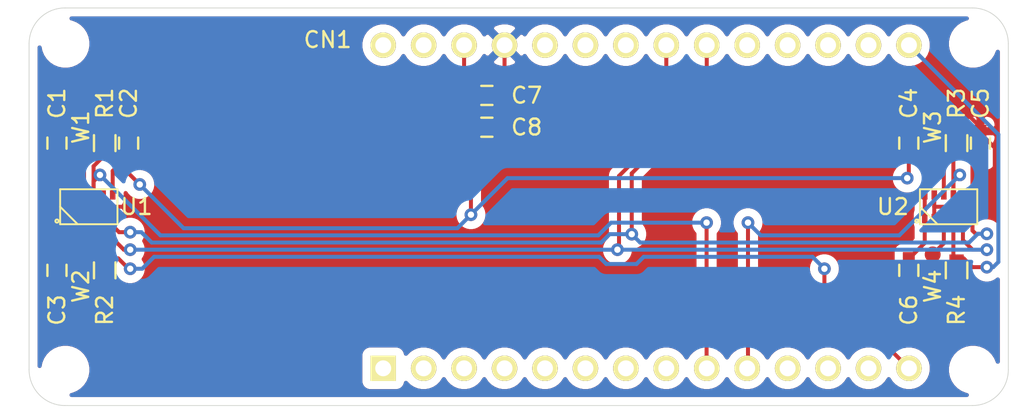
<source format=kicad_pcb>
(kicad_pcb (version 20171130) (host pcbnew 5.1.7-a382d34a8~87~ubuntu18.04.1)

  (general
    (thickness 1.6)
    (drawings 8)
    (tracks 198)
    (zones 0)
    (modules 20)
    (nets 13)
  )

  (page A4)
  (title_block
    (title TMF8801MKRShield)
    (date 2020-11-20)
    (rev 0.1)
    (company generationmake)
  )

  (layers
    (0 F.Cu signal)
    (31 B.Cu signal)
    (32 B.Adhes user)
    (33 F.Adhes user)
    (34 B.Paste user)
    (35 F.Paste user)
    (36 B.SilkS user)
    (37 F.SilkS user)
    (38 B.Mask user)
    (39 F.Mask user)
    (40 Dwgs.User user)
    (41 Cmts.User user)
    (42 Eco1.User user)
    (43 Eco2.User user)
    (44 Edge.Cuts user)
    (45 Margin user)
    (46 B.CrtYd user)
    (47 F.CrtYd user)
    (48 B.Fab user)
    (49 F.Fab user)
  )

  (setup
    (last_trace_width 0.25)
    (trace_clearance 0.2)
    (zone_clearance 0.508)
    (zone_45_only no)
    (trace_min 0.2)
    (via_size 0.8)
    (via_drill 0.4)
    (via_min_size 0.4)
    (via_min_drill 0.3)
    (uvia_size 0.3)
    (uvia_drill 0.1)
    (uvias_allowed no)
    (uvia_min_size 0.2)
    (uvia_min_drill 0.1)
    (edge_width 0.05)
    (segment_width 0.2)
    (pcb_text_width 0.3)
    (pcb_text_size 1.5 1.5)
    (mod_edge_width 0.12)
    (mod_text_size 1 1)
    (mod_text_width 0.15)
    (pad_size 1.524 1.524)
    (pad_drill 0.762)
    (pad_to_mask_clearance 0)
    (aux_axis_origin 0 0)
    (visible_elements FFFDFF7F)
    (pcbplotparams
      (layerselection 0x010fc_ffffffff)
      (usegerberextensions false)
      (usegerberattributes true)
      (usegerberadvancedattributes true)
      (creategerberjobfile true)
      (excludeedgelayer true)
      (linewidth 0.100000)
      (plotframeref false)
      (viasonmask false)
      (mode 1)
      (useauxorigin false)
      (hpglpennumber 1)
      (hpglpenspeed 20)
      (hpglpendiameter 15.000000)
      (psnegative false)
      (psa4output false)
      (plotreference true)
      (plotvalue true)
      (plotinvisibletext false)
      (padsonsilk false)
      (subtractmaskfromsilk false)
      (outputformat 1)
      (mirror false)
      (drillshape 1)
      (scaleselection 1)
      (outputdirectory ""))
  )

  (net 0 "")
  (net 1 GND)
  (net 2 +3V3)
  (net 3 /I2C_SCL)
  (net 4 /I2C_SDA)
  (net 5 /INT2)
  (net 6 /INT1)
  (net 7 /EN2)
  (net 8 /EN1)
  (net 9 /GPIO1_1)
  (net 10 /GPIO0_1)
  (net 11 /GPIO0_2)
  (net 12 /GPIO1_2)

  (net_class Default "This is the default net class."
    (clearance 0.2)
    (trace_width 0.25)
    (via_dia 0.8)
    (via_drill 0.4)
    (uvia_dia 0.3)
    (uvia_drill 0.1)
    (add_net +3V3)
    (add_net /EN1)
    (add_net /EN2)
    (add_net /GPIO0_1)
    (add_net /GPIO0_2)
    (add_net /GPIO1_1)
    (add_net /GPIO1_2)
    (add_net /I2C_SCL)
    (add_net /I2C_SDA)
    (add_net /INT1)
    (add_net /INT2)
    (add_net GND)
  )

  (module capacitors:C_0603 (layer F.Cu) (tedit 5415D631) (tstamp 5FB712AD)
    (at 113 126 90)
    (descr "Capacitor SMD 0603, reflow soldering, AVX (see smccp.pdf)")
    (tags "capacitor 0603")
    (path /5FB719F2)
    (attr smd)
    (fp_text reference C1 (at 2.5 0 90) (layer F.SilkS)
      (effects (font (size 1 1) (thickness 0.15)))
    )
    (fp_text value 100nF (at 0 1.9 90) (layer F.Fab)
      (effects (font (size 1 1) (thickness 0.15)))
    )
    (fp_line (start -1.45 -0.75) (end 1.45 -0.75) (layer F.CrtYd) (width 0.05))
    (fp_line (start -1.45 0.75) (end 1.45 0.75) (layer F.CrtYd) (width 0.05))
    (fp_line (start -1.45 -0.75) (end -1.45 0.75) (layer F.CrtYd) (width 0.05))
    (fp_line (start 1.45 -0.75) (end 1.45 0.75) (layer F.CrtYd) (width 0.05))
    (fp_line (start -0.35 -0.6) (end 0.35 -0.6) (layer F.SilkS) (width 0.15))
    (fp_line (start 0.35 0.6) (end -0.35 0.6) (layer F.SilkS) (width 0.15))
    (pad 2 smd rect (at 0.75 0 90) (size 0.8 0.75) (layers F.Cu F.Paste F.Mask)
      (net 1 GND))
    (pad 1 smd rect (at -0.75 0 90) (size 0.8 0.75) (layers F.Cu F.Paste F.Mask)
      (net 2 +3V3))
    (model capacitors.3dshapes/C_0603.wrl
      (at (xyz 0 0 0))
      (scale (xyz 1 1 1))
      (rotate (xyz 0 0 0))
    )
  )

  (module capacitors:C_0603 (layer F.Cu) (tedit 5415D631) (tstamp 5FB712B9)
    (at 117.5 126 90)
    (descr "Capacitor SMD 0603, reflow soldering, AVX (see smccp.pdf)")
    (tags "capacitor 0603")
    (path /5FB72FFA)
    (attr smd)
    (fp_text reference C2 (at 2.5 0 90) (layer F.SilkS)
      (effects (font (size 1 1) (thickness 0.15)))
    )
    (fp_text value 100nF (at 0 1.9 90) (layer F.Fab)
      (effects (font (size 1 1) (thickness 0.15)))
    )
    (fp_line (start 0.35 0.6) (end -0.35 0.6) (layer F.SilkS) (width 0.15))
    (fp_line (start -0.35 -0.6) (end 0.35 -0.6) (layer F.SilkS) (width 0.15))
    (fp_line (start 1.45 -0.75) (end 1.45 0.75) (layer F.CrtYd) (width 0.05))
    (fp_line (start -1.45 -0.75) (end -1.45 0.75) (layer F.CrtYd) (width 0.05))
    (fp_line (start -1.45 0.75) (end 1.45 0.75) (layer F.CrtYd) (width 0.05))
    (fp_line (start -1.45 -0.75) (end 1.45 -0.75) (layer F.CrtYd) (width 0.05))
    (pad 1 smd rect (at -0.75 0 90) (size 0.8 0.75) (layers F.Cu F.Paste F.Mask)
      (net 2 +3V3))
    (pad 2 smd rect (at 0.75 0 90) (size 0.8 0.75) (layers F.Cu F.Paste F.Mask)
      (net 1 GND))
    (model capacitors.3dshapes/C_0603.wrl
      (at (xyz 0 0 0))
      (scale (xyz 1 1 1))
      (rotate (xyz 0 0 0))
    )
  )

  (module capacitors:C_0603 (layer F.Cu) (tedit 5415D631) (tstamp 5FB712C5)
    (at 113 134 270)
    (descr "Capacitor SMD 0603, reflow soldering, AVX (see smccp.pdf)")
    (tags "capacitor 0603")
    (path /5FB74181)
    (attr smd)
    (fp_text reference C3 (at 2.5 0 90) (layer F.SilkS)
      (effects (font (size 1 1) (thickness 0.15)))
    )
    (fp_text value 100nF (at 0 1.9 90) (layer F.Fab)
      (effects (font (size 1 1) (thickness 0.15)))
    )
    (fp_line (start -1.45 -0.75) (end 1.45 -0.75) (layer F.CrtYd) (width 0.05))
    (fp_line (start -1.45 0.75) (end 1.45 0.75) (layer F.CrtYd) (width 0.05))
    (fp_line (start -1.45 -0.75) (end -1.45 0.75) (layer F.CrtYd) (width 0.05))
    (fp_line (start 1.45 -0.75) (end 1.45 0.75) (layer F.CrtYd) (width 0.05))
    (fp_line (start -0.35 -0.6) (end 0.35 -0.6) (layer F.SilkS) (width 0.15))
    (fp_line (start 0.35 0.6) (end -0.35 0.6) (layer F.SilkS) (width 0.15))
    (pad 2 smd rect (at 0.75 0 270) (size 0.8 0.75) (layers F.Cu F.Paste F.Mask)
      (net 1 GND))
    (pad 1 smd rect (at -0.75 0 270) (size 0.8 0.75) (layers F.Cu F.Paste F.Mask)
      (net 2 +3V3))
    (model capacitors.3dshapes/C_0603.wrl
      (at (xyz 0 0 0))
      (scale (xyz 1 1 1))
      (rotate (xyz 0 0 0))
    )
  )

  (module capacitors:C_0603 (layer F.Cu) (tedit 5415D631) (tstamp 5FB712D1)
    (at 166.5 126 90)
    (descr "Capacitor SMD 0603, reflow soldering, AVX (see smccp.pdf)")
    (tags "capacitor 0603")
    (path /5FB825D4)
    (attr smd)
    (fp_text reference C4 (at 2.5 0 90) (layer F.SilkS)
      (effects (font (size 1 1) (thickness 0.15)))
    )
    (fp_text value 100nF (at 0 1.9 90) (layer F.Fab)
      (effects (font (size 1 1) (thickness 0.15)))
    )
    (fp_line (start 0.35 0.6) (end -0.35 0.6) (layer F.SilkS) (width 0.15))
    (fp_line (start -0.35 -0.6) (end 0.35 -0.6) (layer F.SilkS) (width 0.15))
    (fp_line (start 1.45 -0.75) (end 1.45 0.75) (layer F.CrtYd) (width 0.05))
    (fp_line (start -1.45 -0.75) (end -1.45 0.75) (layer F.CrtYd) (width 0.05))
    (fp_line (start -1.45 0.75) (end 1.45 0.75) (layer F.CrtYd) (width 0.05))
    (fp_line (start -1.45 -0.75) (end 1.45 -0.75) (layer F.CrtYd) (width 0.05))
    (pad 1 smd rect (at -0.75 0 90) (size 0.8 0.75) (layers F.Cu F.Paste F.Mask)
      (net 2 +3V3))
    (pad 2 smd rect (at 0.75 0 90) (size 0.8 0.75) (layers F.Cu F.Paste F.Mask)
      (net 1 GND))
    (model capacitors.3dshapes/C_0603.wrl
      (at (xyz 0 0 0))
      (scale (xyz 1 1 1))
      (rotate (xyz 0 0 0))
    )
  )

  (module capacitors:C_0603 (layer F.Cu) (tedit 5415D631) (tstamp 5FB712DD)
    (at 171 126 90)
    (descr "Capacitor SMD 0603, reflow soldering, AVX (see smccp.pdf)")
    (tags "capacitor 0603")
    (path /5FB825F4)
    (attr smd)
    (fp_text reference C5 (at 2.5 0 90) (layer F.SilkS)
      (effects (font (size 1 1) (thickness 0.15)))
    )
    (fp_text value 100nF (at 0 1.9 90) (layer F.Fab)
      (effects (font (size 1 1) (thickness 0.15)))
    )
    (fp_line (start 0.35 0.6) (end -0.35 0.6) (layer F.SilkS) (width 0.15))
    (fp_line (start -0.35 -0.6) (end 0.35 -0.6) (layer F.SilkS) (width 0.15))
    (fp_line (start 1.45 -0.75) (end 1.45 0.75) (layer F.CrtYd) (width 0.05))
    (fp_line (start -1.45 -0.75) (end -1.45 0.75) (layer F.CrtYd) (width 0.05))
    (fp_line (start -1.45 0.75) (end 1.45 0.75) (layer F.CrtYd) (width 0.05))
    (fp_line (start -1.45 -0.75) (end 1.45 -0.75) (layer F.CrtYd) (width 0.05))
    (pad 1 smd rect (at -0.75 0 90) (size 0.8 0.75) (layers F.Cu F.Paste F.Mask)
      (net 2 +3V3))
    (pad 2 smd rect (at 0.75 0 90) (size 0.8 0.75) (layers F.Cu F.Paste F.Mask)
      (net 1 GND))
    (model capacitors.3dshapes/C_0603.wrl
      (at (xyz 0 0 0))
      (scale (xyz 1 1 1))
      (rotate (xyz 0 0 0))
    )
  )

  (module capacitors:C_0603 (layer F.Cu) (tedit 5415D631) (tstamp 5FB712E9)
    (at 166.5 134 270)
    (descr "Capacitor SMD 0603, reflow soldering, AVX (see smccp.pdf)")
    (tags "capacitor 0603")
    (path /5FB82614)
    (attr smd)
    (fp_text reference C6 (at 2.5 0 90) (layer F.SilkS)
      (effects (font (size 1 1) (thickness 0.15)))
    )
    (fp_text value 100nF (at 0 1.9 90) (layer F.Fab)
      (effects (font (size 1 1) (thickness 0.15)))
    )
    (fp_line (start -1.45 -0.75) (end 1.45 -0.75) (layer F.CrtYd) (width 0.05))
    (fp_line (start -1.45 0.75) (end 1.45 0.75) (layer F.CrtYd) (width 0.05))
    (fp_line (start -1.45 -0.75) (end -1.45 0.75) (layer F.CrtYd) (width 0.05))
    (fp_line (start 1.45 -0.75) (end 1.45 0.75) (layer F.CrtYd) (width 0.05))
    (fp_line (start -0.35 -0.6) (end 0.35 -0.6) (layer F.SilkS) (width 0.15))
    (fp_line (start 0.35 0.6) (end -0.35 0.6) (layer F.SilkS) (width 0.15))
    (pad 2 smd rect (at 0.75 0 270) (size 0.8 0.75) (layers F.Cu F.Paste F.Mask)
      (net 1 GND))
    (pad 1 smd rect (at -0.75 0 270) (size 0.8 0.75) (layers F.Cu F.Paste F.Mask)
      (net 2 +3V3))
    (model capacitors.3dshapes/C_0603.wrl
      (at (xyz 0 0 0))
      (scale (xyz 1 1 1))
      (rotate (xyz 0 0 0))
    )
  )

  (module capacitors:C_0603 (layer F.Cu) (tedit 5415D631) (tstamp 5FB712F5)
    (at 140 123)
    (descr "Capacitor SMD 0603, reflow soldering, AVX (see smccp.pdf)")
    (tags "capacitor 0603")
    (path /5FB96A59)
    (attr smd)
    (fp_text reference C7 (at 2.5 0) (layer F.SilkS)
      (effects (font (size 1 1) (thickness 0.15)))
    )
    (fp_text value 1uF (at 0 1.9) (layer F.Fab)
      (effects (font (size 1 1) (thickness 0.15)))
    )
    (fp_line (start 0.35 0.6) (end -0.35 0.6) (layer F.SilkS) (width 0.15))
    (fp_line (start -0.35 -0.6) (end 0.35 -0.6) (layer F.SilkS) (width 0.15))
    (fp_line (start 1.45 -0.75) (end 1.45 0.75) (layer F.CrtYd) (width 0.05))
    (fp_line (start -1.45 -0.75) (end -1.45 0.75) (layer F.CrtYd) (width 0.05))
    (fp_line (start -1.45 0.75) (end 1.45 0.75) (layer F.CrtYd) (width 0.05))
    (fp_line (start -1.45 -0.75) (end 1.45 -0.75) (layer F.CrtYd) (width 0.05))
    (pad 1 smd rect (at -0.75 0) (size 0.8 0.75) (layers F.Cu F.Paste F.Mask)
      (net 2 +3V3))
    (pad 2 smd rect (at 0.75 0) (size 0.8 0.75) (layers F.Cu F.Paste F.Mask)
      (net 1 GND))
    (model capacitors.3dshapes/C_0603.wrl
      (at (xyz 0 0 0))
      (scale (xyz 1 1 1))
      (rotate (xyz 0 0 0))
    )
  )

  (module capacitors:C_0603 (layer F.Cu) (tedit 5415D631) (tstamp 5FB71301)
    (at 140 125)
    (descr "Capacitor SMD 0603, reflow soldering, AVX (see smccp.pdf)")
    (tags "capacitor 0603")
    (path /5FB9C7D7)
    (attr smd)
    (fp_text reference C8 (at 2.5 0) (layer F.SilkS)
      (effects (font (size 1 1) (thickness 0.15)))
    )
    (fp_text value 1uF (at 0 1.9) (layer F.Fab)
      (effects (font (size 1 1) (thickness 0.15)))
    )
    (fp_line (start -1.45 -0.75) (end 1.45 -0.75) (layer F.CrtYd) (width 0.05))
    (fp_line (start -1.45 0.75) (end 1.45 0.75) (layer F.CrtYd) (width 0.05))
    (fp_line (start -1.45 -0.75) (end -1.45 0.75) (layer F.CrtYd) (width 0.05))
    (fp_line (start 1.45 -0.75) (end 1.45 0.75) (layer F.CrtYd) (width 0.05))
    (fp_line (start -0.35 -0.6) (end 0.35 -0.6) (layer F.SilkS) (width 0.15))
    (fp_line (start 0.35 0.6) (end -0.35 0.6) (layer F.SilkS) (width 0.15))
    (pad 2 smd rect (at 0.75 0) (size 0.8 0.75) (layers F.Cu F.Paste F.Mask)
      (net 1 GND))
    (pad 1 smd rect (at -0.75 0) (size 0.8 0.75) (layers F.Cu F.Paste F.Mask)
      (net 2 +3V3))
    (model capacitors.3dshapes/C_0603.wrl
      (at (xyz 0 0 0))
      (scale (xyz 1 1 1))
      (rotate (xyz 0 0 0))
    )
  )

  (module MODULE_compute:ARDUINO_MKR_HOLES_PINHEADER_EDGE (layer F.Cu) (tedit 5FB6F64A) (tstamp 5FB7132D)
    (at 150 130)
    (descr "Arduino MKR with pin header with edge dimensions")
    (tags "Arduino MKR with pin header with edge dimensions")
    (path /5FB70359)
    (fp_text reference CN1 (at -20 -10.5) (layer F.SilkS)
      (effects (font (size 1 1) (thickness 0.15)))
    )
    (fp_text value ARDUINO_MKR (at 0 -0.5) (layer F.Fab)
      (effects (font (size 1 1) (thickness 0.15)))
    )
    (fp_arc (start 20.52 -10.25) (end 22.77 -10.25) (angle -90) (layer Eco2.User) (width 0.12))
    (fp_arc (start 20.52 10.25) (end 20.52 12.5) (angle -90) (layer Eco2.User) (width 0.12))
    (fp_arc (start -36.48 10.25) (end -38.73 10.25) (angle -90) (layer Eco2.User) (width 0.12))
    (fp_arc (start -36.48 -10.25) (end -36.48 -12.5) (angle -90) (layer Eco2.User) (width 0.12))
    (fp_line (start -38.73 -10.25) (end -38.73 10.25) (layer Eco2.User) (width 0.12))
    (fp_line (start 22.77 -10.25) (end 22.77 10.25) (layer Eco2.User) (width 0.12))
    (fp_line (start -36.48 12.5) (end 20.52 12.5) (layer Eco2.User) (width 0.12))
    (fp_line (start -36.48 -12.5) (end 20.52 -12.5) (layer Eco2.User) (width 0.12))
    (pad "" np_thru_hole circle (at -36.47 -10.25) (size 2 2) (drill 2) (layers *.Cu *.Mask))
    (pad "" np_thru_hole circle (at -36.47 10.25) (size 2 2) (drill 2) (layers *.Cu *.Mask))
    (pad "" np_thru_hole circle (at 20.53 -10.25) (size 2 2) (drill 2) (layers *.Cu *.Mask))
    (pad "" np_thru_hole circle (at 20.53 10.25) (size 2 2) (drill 2) (layers *.Cu *.Mask))
    (pad 1 thru_hole rect (at -16.51 10.16) (size 1.6 1.6) (drill 1) (layers *.Cu *.Mask F.SilkS))
    (pad 2 thru_hole circle (at -13.97 10.16) (size 1.6 1.6) (drill 1) (layers *.Cu *.Mask F.SilkS))
    (pad 3 thru_hole circle (at -11.43 10.16) (size 1.6 1.6) (drill 1) (layers *.Cu *.Mask F.SilkS))
    (pad 4 thru_hole circle (at -8.89 10.16) (size 1.6 1.6) (drill 1) (layers *.Cu *.Mask F.SilkS))
    (pad 5 thru_hole circle (at -6.35 10.16) (size 1.6 1.6) (drill 1) (layers *.Cu *.Mask F.SilkS))
    (pad 6 thru_hole circle (at -3.81 10.16) (size 1.6 1.6) (drill 1) (layers *.Cu *.Mask F.SilkS))
    (pad 7 thru_hole circle (at -1.27 10.16) (size 1.6 1.6) (drill 1) (layers *.Cu *.Mask F.SilkS))
    (pad 8 thru_hole circle (at 1.27 10.16) (size 1.6 1.6) (drill 1) (layers *.Cu *.Mask F.SilkS))
    (pad 9 thru_hole circle (at 3.81 10.16) (size 1.6 1.6) (drill 1) (layers *.Cu *.Mask F.SilkS)
      (net 8 /EN1))
    (pad 10 thru_hole circle (at 6.35 10.16) (size 1.6 1.6) (drill 1) (layers *.Cu *.Mask F.SilkS)
      (net 7 /EN2))
    (pad 11 thru_hole circle (at 8.89 10.16) (size 1.6 1.6) (drill 1) (layers *.Cu *.Mask F.SilkS))
    (pad 12 thru_hole circle (at 11.43 10.16) (size 1.6 1.6) (drill 1) (layers *.Cu *.Mask F.SilkS))
    (pad 13 thru_hole circle (at 13.97 10.16) (size 1.6 1.6) (drill 1) (layers *.Cu *.Mask F.SilkS))
    (pad 14 thru_hole circle (at 16.51 10.16) (size 1.6 1.6) (drill 1) (layers *.Cu *.Mask F.SilkS)
      (net 6 /INT1))
    (pad 15 thru_hole circle (at 16.51 -10.16) (size 1.6 1.6) (drill 1) (layers *.Cu *.Mask F.SilkS)
      (net 5 /INT2))
    (pad 16 thru_hole circle (at 13.97 -10.16) (size 1.6 1.6) (drill 1) (layers *.Cu *.Mask F.SilkS))
    (pad 17 thru_hole circle (at 11.43 -10.16) (size 1.6 1.6) (drill 1) (layers *.Cu *.Mask F.SilkS))
    (pad 18 thru_hole circle (at 8.89 -10.16) (size 1.6 1.6) (drill 1) (layers *.Cu *.Mask F.SilkS))
    (pad 19 thru_hole circle (at 6.35 -10.16) (size 1.6 1.6) (drill 1) (layers *.Cu *.Mask F.SilkS))
    (pad 20 thru_hole circle (at 3.81 -10.16) (size 1.6 1.6) (drill 1) (layers *.Cu *.Mask F.SilkS)
      (net 4 /I2C_SDA))
    (pad 21 thru_hole circle (at 1.27 -10.16) (size 1.6 1.6) (drill 1) (layers *.Cu *.Mask F.SilkS)
      (net 3 /I2C_SCL))
    (pad 22 thru_hole circle (at -1.27 -10.16) (size 1.6 1.6) (drill 1) (layers *.Cu *.Mask F.SilkS))
    (pad 23 thru_hole circle (at -3.81 -10.16) (size 1.6 1.6) (drill 1) (layers *.Cu *.Mask F.SilkS))
    (pad 24 thru_hole circle (at -6.35 -10.16) (size 1.6 1.6) (drill 1) (layers *.Cu *.Mask F.SilkS))
    (pad 25 thru_hole circle (at -8.89 -10.16) (size 1.6 1.6) (drill 1) (layers *.Cu *.Mask F.SilkS)
      (net 1 GND))
    (pad 26 thru_hole circle (at -11.43 -10.16) (size 1.6 1.6) (drill 1) (layers *.Cu *.Mask F.SilkS)
      (net 2 +3V3))
    (pad 27 thru_hole circle (at -13.97 -10.16) (size 1.6 1.6) (drill 1) (layers *.Cu *.Mask F.SilkS))
    (pad 28 thru_hole circle (at -16.51 -10.16) (size 1.6 1.6) (drill 1) (layers *.Cu *.Mask F.SilkS))
    (model ${KISYS3DMOD}/CON_samtec/TSW-114-07-G-S.stp
      (offset (xyz 0 10.16 -1.8))
      (scale (xyz 1 1 1))
      (rotate (xyz 90 0 0))
    )
    (model ${KISYS3DMOD}/CON_samtec/TSW-114-07-G-S.stp
      (offset (xyz 0 -10.16 -1.8))
      (scale (xyz 1 1 1))
      (rotate (xyz 90 0 0))
    )
  )

  (module labels:generationmake_small_solder (layer F.Cu) (tedit 0) (tstamp 5FB7133F)
    (at 157 131)
    (path /5FBD7BD8)
    (fp_text reference L1 (at 0 0) (layer F.SilkS) hide
      (effects (font (size 1.524 1.524) (thickness 0.3)))
    )
    (fp_text value Label (at 0.75 0) (layer F.SilkS) hide
      (effects (font (size 1.524 1.524) (thickness 0.3)))
    )
    (fp_poly (pts (xy 6.096 -1.7526) (xy -6.0579 -1.7526) (xy -6.0579 -3.4544) (xy -6.0071 -3.4544)
      (xy -6.0071 -1.8034) (xy 1.8669 -1.8034) (xy 1.8669 -2.9845) (xy 1.9939 -2.9845)
      (xy 1.9939 -2.2352) (xy 2.2606 -2.2352) (xy 2.26067 -2.447925) (xy 2.261481 -2.522761)
      (xy 2.263674 -2.592164) (xy 2.26697 -2.650643) (xy 2.271087 -2.692705) (xy 2.274 -2.708396)
      (xy 2.297504 -2.755365) (xy 2.33456 -2.784397) (xy 2.380628 -2.792037) (xy 2.38351 -2.791748)
      (xy 2.406427 -2.78624) (xy 2.424203 -2.77368) (xy 2.437555 -2.751146) (xy 2.4472 -2.715716)
      (xy 2.453856 -2.664468) (xy 2.45824 -2.594479) (xy 2.46107 -2.502827) (xy 2.461673 -2.473325)
      (xy 2.466179 -2.2352) (xy 2.7178 -2.2352) (xy 2.718055 -2.403475) (xy 2.720134 -2.519882)
      (xy 2.72634 -2.612992) (xy 2.737211 -2.684655) (xy 2.753288 -2.736722) (xy 2.775108 -2.77104)
      (xy 2.803212 -2.789461) (xy 2.831886 -2.794) (xy 2.861969 -2.789664) (xy 2.885782 -2.775077)
      (xy 2.903972 -2.747875) (xy 2.917187 -2.705692) (xy 2.926074 -2.646162) (xy 2.931282 -2.56692)
      (xy 2.933459 -2.465601) (xy 2.933626 -2.422525) (xy 2.9337 -2.2352) (xy 3.1877 -2.2352)
      (xy 3.1877 -2.45745) (xy 3.334296 -2.45745) (xy 3.344083 -2.374604) (xy 3.372106 -2.308754)
      (xy 3.417859 -2.260581) (xy 3.480833 -2.230766) (xy 3.508 -2.224591) (xy 3.570721 -2.220124)
      (xy 3.636001 -2.225925) (xy 3.6943 -2.240533) (xy 3.731352 -2.258858) (xy 3.76127 -2.282429)
      (xy 3.783511 -2.30375) (xy 3.784107 -2.304458) (xy 3.801643 -2.320875) (xy 3.815833 -2.318494)
      (xy 3.831519 -2.295134) (xy 3.839192 -2.27965) (xy 3.860389 -2.2352) (xy 4.053749 -2.2352)
      (xy 4.2291 -2.2352) (xy 4.4958 -2.2352) (xy 4.496019 -2.339975) (xy 4.496538 -2.391698)
      (xy 4.499143 -2.424529) (xy 4.505805 -2.444977) (xy 4.518494 -2.45955) (xy 4.536194 -2.472671)
      (xy 4.576149 -2.500591) (xy 4.657586 -2.367896) (xy 4.739023 -2.2352) (xy 4.884111 -2.2352)
      (xy 4.941407 -2.235867) (xy 4.988029 -2.237678) (xy 5.018948 -2.240352) (xy 5.0292 -2.243354)
      (xy 5.022626 -2.256068) (xy 5.004313 -2.286675) (xy 4.976368 -2.331776) (xy 4.9409 -2.387972)
      (xy 4.900017 -2.451865) (xy 4.895357 -2.459098) (xy 4.808521 -2.593781) (xy 5.106355 -2.593781)
      (xy 5.114765 -2.507964) (xy 5.124324 -2.468184) (xy 5.161361 -2.382674) (xy 5.216325 -2.315151)
      (xy 5.289182 -2.265642) (xy 5.379897 -2.234174) (xy 5.431 -2.22533) (xy 5.502521 -2.221029)
      (xy 5.581395 -2.223707) (xy 5.65765 -2.232523) (xy 5.721316 -2.246636) (xy 5.73405 -2.250877)
      (xy 5.78485 -2.269421) (xy 5.788581 -2.360261) (xy 5.789581 -2.411148) (xy 5.785079 -2.44012)
      (xy 5.771583 -2.450581) (xy 5.745601 -2.445934) (xy 5.713375 -2.433584) (xy 5.654411 -2.416356)
      (xy 5.586396 -2.406782) (xy 5.520657 -2.405866) (xy 5.475457 -2.412527) (xy 5.430699 -2.432932)
      (xy 5.394863 -2.464439) (xy 5.374485 -2.500484) (xy 5.3721 -2.516313) (xy 5.373556 -2.524747)
      (xy 5.380214 -2.530905) (xy 5.395506 -2.535143) (xy 5.422864 -2.537815) (xy 5.465721 -2.539278)
      (xy 5.527508 -2.539888) (xy 5.6007 -2.54) (xy 5.8293 -2.54) (xy 5.8293 -2.641343)
      (xy 5.820822 -2.744032) (xy 5.795058 -2.828641) (xy 5.75151 -2.896153) (xy 5.68968 -2.947546)
      (xy 5.667713 -2.959855) (xy 5.635233 -2.974674) (xy 5.603308 -2.983928) (xy 5.564433 -2.988857)
      (xy 5.511106 -2.990698) (xy 5.48005 -2.99085) (xy 5.392355 -2.987035) (xy 5.323174 -2.974251)
      (xy 5.266592 -2.950489) (xy 5.216693 -2.913743) (xy 5.197132 -2.894806) (xy 5.157992 -2.838875)
      (xy 5.129076 -2.765731) (xy 5.111495 -2.681868) (xy 5.106355 -2.593781) (xy 4.808521 -2.593781)
      (xy 4.761515 -2.666687) (xy 4.888409 -2.822419) (xy 5.015303 -2.97815) (xy 4.873026 -2.981843)
      (xy 4.823069 -2.983664) (xy 4.785545 -2.984514) (xy 4.756663 -2.981945) (xy 4.732635 -2.97351)
      (xy 4.709673 -2.956762) (xy 4.683986 -2.929253) (xy 4.651786 -2.888536) (xy 4.609284 -2.832164)
      (xy 4.578758 -2.791776) (xy 4.485351 -2.668902) (xy 4.4874 -2.969576) (xy 4.48945 -3.27025)
      (xy 4.359275 -3.27387) (xy 4.2291 -3.277489) (xy 4.2291 -2.2352) (xy 4.053749 -2.2352)
      (xy 4.048439 -2.517775) (xy 4.04622 -2.61637) (xy 4.043554 -2.692864) (xy 4.040183 -2.750557)
      (xy 4.035847 -2.792747) (xy 4.030288 -2.822734) (xy 4.023248 -2.843816) (xy 4.022804 -2.8448)
      (xy 3.985359 -2.906727) (xy 3.935997 -2.951601) (xy 3.871897 -2.980831) (xy 3.79024 -2.995828)
      (xy 3.714999 -2.998576) (xy 3.618284 -2.992323) (xy 3.526546 -2.976404) (xy 3.449465 -2.952516)
      (xy 3.447503 -2.951704) (xy 3.404906 -2.933906) (xy 3.437019 -2.860778) (xy 3.4554 -2.820785)
      (xy 3.470945 -2.790236) (xy 3.479148 -2.777253) (xy 3.495282 -2.7757) (xy 3.528761 -2.78111)
      (xy 3.572864 -2.792329) (xy 3.580748 -2.794674) (xy 3.651634 -2.811421) (xy 3.705119 -2.81244)
      (xy 3.744085 -2.797293) (xy 3.771299 -2.765746) (xy 3.782532 -2.739925) (xy 3.783153 -2.724825)
      (xy 3.783063 -2.724731) (xy 3.76809 -2.720534) (xy 3.733638 -2.715084) (xy 3.685543 -2.709222)
      (xy 3.651627 -2.705768) (xy 3.546679 -2.690062) (xy 3.464233 -2.664361) (xy 3.403049 -2.627696)
      (xy 3.361888 -2.579095) (xy 3.339507 -2.517588) (xy 3.334296 -2.45745) (xy 3.1877 -2.45745)
      (xy 3.1877 -2.512338) (xy 3.187084 -2.620546) (xy 3.184807 -2.706727) (xy 3.180225 -2.774232)
      (xy 3.172696 -2.826415) (xy 3.161576 -2.866627) (xy 3.146221 -2.898221) (xy 3.125988 -2.924548)
      (xy 3.104622 -2.94516) (xy 3.049449 -2.978046) (xy 2.981214 -2.995386) (xy 2.906989 -2.997119)
      (xy 2.833849 -2.983181) (xy 2.768864 -2.953512) (xy 2.760925 -2.948173) (xy 2.723042 -2.922591)
      (xy 2.699118 -2.911183) (xy 2.682927 -2.912703) (xy 2.668242 -2.925904) (xy 2.665559 -2.929086)
      (xy 2.62499 -2.960948) (xy 2.568952 -2.982358) (xy 2.503527 -2.993425) (xy 2.434795 -2.994254)
      (xy 2.368837 -2.984952) (xy 2.311732 -2.965626) (xy 2.26956 -2.936384) (xy 2.258232 -2.921929)
      (xy 2.241193 -2.900252) (xy 2.228058 -2.900546) (xy 2.215407 -2.924091) (xy 2.2098 -2.94005)
      (xy 2.19513 -2.9845) (xy 1.9939 -2.9845) (xy 1.8669 -2.9845) (xy 1.8669 -3.4544)
      (xy -6.0071 -3.4544) (xy -6.0579 -3.4544) (xy -6.0579 -3.5179) (xy 6.096 -3.5179)
      (xy 6.096 -1.7526)) (layer F.Mask) (width 0.01))
    (fp_poly (pts (xy -5.48302 -2.993755) (xy -5.400753 -2.991025) (xy -5.381625 -2.990337) (xy -5.1308 -2.981262)
      (xy -5.1308 -2.921414) (xy -5.132005 -2.884752) (xy -5.139486 -2.86476) (xy -5.159049 -2.852709)
      (xy -5.181791 -2.844738) (xy -5.213787 -2.83205) (xy -5.226151 -2.819182) (xy -5.224325 -2.80143)
      (xy -5.216234 -2.742721) (xy -5.223752 -2.677117) (xy -5.245436 -2.616544) (xy -5.247122 -2.613391)
      (xy -5.291375 -2.558813) (xy -5.356631 -2.518126) (xy -5.442508 -2.491514) (xy -5.521597 -2.480795)
      (xy -5.57364 -2.476054) (xy -5.605149 -2.470723) (xy -5.620976 -2.463346) (xy -5.625973 -2.452469)
      (xy -5.6261 -2.44946) (xy -5.623545 -2.436526) (xy -5.61335 -2.427115) (xy -5.591719 -2.420356)
      (xy -5.554858 -2.415376) (xy -5.498973 -2.411304) (xy -5.4483 -2.408615) (xy -5.381358 -2.403052)
      (xy -5.321626 -2.393924) (xy -5.277675 -2.382583) (xy -5.273837 -2.381125) (xy -5.209042 -2.343714)
      (xy -5.165107 -2.293037) (xy -5.14278 -2.231336) (xy -5.142805 -2.160853) (xy -5.16593 -2.083831)
      (xy -5.171157 -2.072438) (xy -5.211973 -2.015852) (xy -5.273899 -1.969998) (xy -5.354605 -1.935821)
      (xy -5.451763 -1.914262) (xy -5.563044 -1.906266) (xy -5.581376 -1.9063) (xy -5.637767 -1.907974)
      (xy -5.688721 -1.911309) (xy -5.725773 -1.915688) (xy -5.73405 -1.917395) (xy -5.813127 -1.945897)
      (xy -5.869651 -1.985331) (xy -5.904346 -2.036459) (xy -5.917936 -2.100043) (xy -5.9182 -2.11152)
      (xy -5.916095 -2.120666) (xy -5.697961 -2.120666) (xy -5.682461 -2.095873) (xy -5.644568 -2.076098)
      (xy -5.58293 -2.060278) (xy -5.574458 -2.0587) (xy -5.559063 -2.060125) (xy -5.526405 -2.065143)
      (xy -5.491908 -2.071167) (xy -5.441839 -2.084856) (xy -5.39903 -2.104708) (xy -5.369546 -2.127225)
      (xy -5.3594 -2.147607) (xy -5.371643 -2.170154) (xy -5.407185 -2.187888) (xy -5.46425 -2.200033)
      (xy -5.484827 -2.202423) (xy -5.566001 -2.205133) (xy -5.629412 -2.195951) (xy -5.673145 -2.175348)
      (xy -5.692417 -2.15154) (xy -5.697961 -2.120666) (xy -5.916095 -2.120666) (xy -5.907609 -2.15753)
      (xy -5.880181 -2.204503) (xy -5.842439 -2.243425) (xy -5.808706 -2.262888) (xy -5.776036 -2.277889)
      (xy -5.767655 -2.291731) (xy -5.782675 -2.306609) (xy -5.789459 -2.310468) (xy -5.810944 -2.330851)
      (xy -5.829099 -2.361715) (xy -5.836769 -2.409982) (xy -5.820303 -2.455178) (xy -5.780965 -2.493889)
      (xy -5.779953 -2.494574) (xy -5.743813 -2.518864) (xy -5.791587 -2.564357) (xy -5.838104 -2.624357)
      (xy -5.860994 -2.693445) (xy -5.860591 -2.743632) (xy -5.6134 -2.743632) (xy -5.606087 -2.686093)
      (xy -5.584784 -2.647734) (xy -5.550445 -2.62999) (xy -5.5372 -2.6289) (xy -5.498246 -2.640085)
      (xy -5.480771 -2.657126) (xy -5.464843 -2.697075) (xy -5.461725 -2.745935) (xy -5.470287 -2.7945)
      (xy -5.489399 -2.833563) (xy -5.504177 -2.847781) (xy -5.537983 -2.858162) (xy -5.56961 -2.846956)
      (xy -5.595122 -2.817915) (xy -5.610584 -2.774791) (xy -5.6134 -2.743632) (xy -5.860591 -2.743632)
      (xy -5.860363 -2.771985) (xy -5.857034 -2.790782) (xy -5.832241 -2.864943) (xy -5.790864 -2.920859)
      (xy -5.73056 -2.961316) (xy -5.70434 -2.972418) (xy -5.678213 -2.981668) (xy -5.653557 -2.988319)
      (xy -5.626041 -2.992613) (xy -5.591333 -2.99479) (xy -5.545104 -2.995091) (xy -5.48302 -2.993755)) (layer F.Mask) (width 0.01))
    (fp_poly (pts (xy -4.637032 -2.994671) (xy -4.542008 -2.981641) (xy -4.465281 -2.953638) (xy -4.40542 -2.909119)
      (xy -4.360996 -2.846541) (xy -4.330579 -2.76436) (xy -4.312739 -2.661034) (xy -4.310985 -2.642766)
      (xy -4.302021 -2.54) (xy -4.538611 -2.54) (xy -4.621608 -2.539858) (xy -4.682581 -2.539204)
      (xy -4.724904 -2.537701) (xy -4.751953 -2.535012) (xy -4.767102 -2.530798) (xy -4.773726 -2.524722)
      (xy -4.7752 -2.516445) (xy -4.7752 -2.516313) (xy -4.764083 -2.481203) (xy -4.735205 -2.446493)
      (xy -4.695283 -2.419376) (xy -4.678273 -2.412447) (xy -4.628852 -2.404346) (xy -4.565171 -2.40546)
      (xy -4.496337 -2.415042) (xy -4.431458 -2.43235) (xy -4.430423 -2.432713) (xy -4.395794 -2.44405)
      (xy -4.371192 -2.450521) (xy -4.366647 -2.4511) (xy -4.361442 -2.439486) (xy -4.358548 -2.40886)
      (xy -4.358516 -2.365552) (xy -4.358719 -2.360079) (xy -4.36245 -2.269058) (xy -4.42595 -2.246764)
      (xy -4.485693 -2.232777) (xy -4.56096 -2.225198) (xy -4.642697 -2.224025) (xy -4.721849 -2.229258)
      (xy -4.789363 -2.240897) (xy -4.809482 -2.246793) (xy -4.891694 -2.285827) (xy -4.955164 -2.340958)
      (xy -5.000575 -2.413134) (xy -5.028608 -2.503301) (xy -5.037017 -2.562515) (xy -5.037512 -2.67324)
      (xy -5.028855 -2.715685) (xy -4.770834 -2.715685) (xy -4.761038 -2.709709) (xy -4.736585 -2.706484)
      (xy -4.693241 -2.705231) (xy -4.6609 -2.7051) (xy -4.605736 -2.705619) (xy -4.571725 -2.707695)
      (xy -4.554631 -2.712105) (xy -4.550219 -2.719629) (xy -4.551592 -2.725189) (xy -4.558445 -2.749385)
      (xy -4.5593 -2.756939) (xy -4.570618 -2.78176) (xy -4.599201 -2.803533) (xy -4.636995 -2.817188)
      (xy -4.658506 -2.8194) (xy -4.696922 -2.812596) (xy -4.732337 -2.795486) (xy -4.75657 -2.773022)
      (xy -4.7625 -2.756444) (xy -4.76667 -2.735666) (xy -4.770209 -2.725189) (xy -4.770834 -2.715685)
      (xy -5.028855 -2.715685) (xy -5.017861 -2.769588) (xy -4.979127 -2.850411) (xy -4.922377 -2.914558)
      (xy -4.848673 -2.960878) (xy -4.75908 -2.988222) (xy -4.654664 -2.995439) (xy -4.637032 -2.994671)) (layer F.Mask) (width 0.01))
    (fp_poly (pts (xy -2.839338 -2.994891) (xy -2.758127 -2.978438) (xy -2.741335 -2.972609) (xy -2.669986 -2.937208)
      (xy -2.616205 -2.890011) (xy -2.578236 -2.82818) (xy -2.554323 -2.748873) (xy -2.542846 -2.651705)
      (xy -2.536477 -2.54) (xy -2.773189 -2.54) (xy -2.847572 -2.539614) (xy -2.912373 -2.538537)
      (xy -2.963652 -2.536897) (xy -2.997473 -2.534821) (xy -3.009897 -2.532436) (xy -3.0099 -2.532395)
      (xy -3.004938 -2.51694) (xy -2.992714 -2.488649) (xy -2.989872 -2.482582) (xy -2.956114 -2.439944)
      (xy -2.903573 -2.413705) (xy -2.833131 -2.404185) (xy -2.781356 -2.406766) (xy -2.730287 -2.414263)
      (xy -2.682857 -2.424688) (xy -2.655925 -2.433311) (xy -2.6245 -2.445129) (xy -2.60314 -2.450968)
      (xy -2.601393 -2.4511) (xy -2.596189 -2.439479) (xy -2.593273 -2.40881) (xy -2.593189 -2.365386)
      (xy -2.593419 -2.359025) (xy -2.59715 -2.26695) (xy -2.66065 -2.245281) (xy -2.722472 -2.23124)
      (xy -2.799172 -2.224055) (xy -2.881238 -2.223713) (xy -2.959155 -2.2302) (xy -3.023408 -2.243502)
      (xy -3.030575 -2.245839) (xy -3.096562 -2.272643) (xy -3.14488 -2.302961) (xy -3.18321 -2.341885)
      (xy -3.19129 -2.352414) (xy -3.234287 -2.430719) (xy -3.259607 -2.521345) (xy -3.2672 -2.618329)
      (xy -3.258126 -2.7051) (xy -2.999954 -2.7051) (xy -2.890627 -2.7051) (xy -2.837565 -2.705627)
      (xy -2.805011 -2.707913) (xy -2.788081 -2.713016) (xy -2.781894 -2.721993) (xy -2.7813 -2.728788)
      (xy -2.788857 -2.754964) (xy -2.807088 -2.785254) (xy -2.807622 -2.785938) (xy -2.843052 -2.813128)
      (xy -2.885921 -2.82112) (xy -2.929283 -2.811647) (xy -2.966189 -2.786443) (xy -2.989691 -2.74724)
      (xy -2.991686 -2.740025) (xy -2.999954 -2.7051) (xy -3.258126 -2.7051) (xy -3.257017 -2.715704)
      (xy -3.229008 -2.807507) (xy -3.19557 -2.870182) (xy -3.149467 -2.918549) (xy -3.085242 -2.956454)
      (xy -3.008445 -2.982647) (xy -2.924627 -2.995877) (xy -2.839338 -2.994891)) (layer F.Mask) (width 0.01))
    (fp_poly (pts (xy -1.279707 -2.98635) (xy -1.21153 -2.967663) (xy -1.159326 -2.937068) (xy -1.119036 -2.892634)
      (xy -1.10506 -2.870041) (xy -1.094778 -2.850828) (xy -1.086921 -2.832236) (xy -1.081105 -2.810559)
      (xy -1.076943 -2.782089) (xy -1.074052 -2.74312) (xy -1.072045 -2.689944) (xy -1.070538 -2.618855)
      (xy -1.069145 -2.526146) (xy -1.069117 -2.524125) (xy -1.065084 -2.2352) (xy -1.159651 -2.2352)
      (xy -1.208104 -2.235639) (xy -1.237456 -2.238414) (xy -1.254003 -2.245712) (xy -1.264046 -2.259721)
      (xy -1.270113 -2.273573) (xy -1.286775 -2.306881) (xy -1.303233 -2.317043) (xy -1.325576 -2.30552)
      (xy -1.342148 -2.290874) (xy -1.378179 -2.262855) (xy -1.416747 -2.240769) (xy -1.418818 -2.239867)
      (xy -1.462839 -2.228694) (xy -1.520398 -2.223818) (xy -1.580895 -2.225212) (xy -1.633727 -2.232851)
      (xy -1.65735 -2.240428) (xy -1.714193 -2.277313) (xy -1.752671 -2.329951) (xy -1.77351 -2.399682)
      (xy -1.778 -2.462749) (xy -1.775766 -2.479383) (xy -1.511106 -2.479383) (xy -1.50174 -2.435052)
      (xy -1.47628 -2.408866) (xy -1.437793 -2.402295) (xy -1.389343 -2.416807) (xy -1.385047 -2.418965)
      (xy -1.352671 -2.44818) (xy -1.329611 -2.492848) (xy -1.320801 -2.543404) (xy -1.3208 -2.543511)
      (xy -1.323548 -2.558244) (xy -1.336005 -2.564522) (xy -1.364496 -2.564269) (xy -1.383579 -2.5626)
      (xy -1.446283 -2.550052) (xy -1.488745 -2.527004) (xy -1.509347 -2.494513) (xy -1.511106 -2.479383)
      (xy -1.775766 -2.479383) (xy -1.768082 -2.536567) (xy -1.737287 -2.597059) (xy -1.688681 -2.644031)
      (xy -1.646427 -2.666298) (xy -1.587945 -2.685484) (xy -1.522397 -2.699202) (xy -1.458944 -2.705065)
      (xy -1.45415 -2.705123) (xy -1.390532 -2.708822) (xy -1.35064 -2.719582) (xy -1.333619 -2.738061)
      (xy -1.338617 -2.764917) (xy -1.351147 -2.784432) (xy -1.383079 -2.807916) (xy -1.431465 -2.814909)
      (xy -1.497507 -2.805477) (xy -1.537348 -2.794675) (xy -1.581567 -2.781982) (xy -1.615268 -2.773697)
      (xy -1.632135 -2.771342) (xy -1.632868 -2.771635) (xy -1.639985 -2.784755) (xy -1.654069 -2.814515)
      (xy -1.670622 -2.851225) (xy -1.688042 -2.892349) (xy -1.69531 -2.916901) (xy -1.693286 -2.9312)
      (xy -1.682911 -2.941504) (xy -1.643962 -2.960407) (xy -1.586267 -2.976328) (xy -1.516413 -2.988147)
      (xy -1.440986 -2.994744) (xy -1.367917 -2.99506) (xy -1.279707 -2.98635)) (layer F.Mask) (width 0.01))
    (fp_poly (pts (xy -0.5842 -2.9845) (xy -0.3937 -2.9845) (xy -0.3937 -2.794) (xy -0.5842 -2.794)
      (xy -0.5842 -2.630869) (xy -0.583067 -2.550407) (xy -0.577889 -2.492491) (xy -0.565998 -2.454305)
      (xy -0.544725 -2.433033) (xy -0.511402 -2.425859) (xy -0.463361 -2.429966) (xy -0.404463 -2.441163)
      (xy -0.394767 -2.436274) (xy -0.388394 -2.414323) (xy -0.384482 -2.371708) (xy -0.383647 -2.354049)
      (xy -0.379943 -2.263348) (xy -0.439884 -2.242924) (xy -0.510345 -2.226857) (xy -0.587467 -2.222136)
      (xy -0.662019 -2.228508) (xy -0.724769 -2.245719) (xy -0.736349 -2.251075) (xy -0.771628 -2.271891)
      (xy -0.798437 -2.296026) (xy -0.818025 -2.327211) (xy -0.831639 -2.369176) (xy -0.840528 -2.425654)
      (xy -0.84594 -2.500375) (xy -0.848899 -2.587558) (xy -0.853883 -2.794) (xy -0.896842 -2.794)
      (xy -0.923775 -2.795457) (xy -0.936148 -2.804563) (xy -0.939614 -2.828427) (xy -0.939773 -2.847975)
      (xy -0.937822 -2.880967) (xy -0.92834 -2.903382) (xy -0.905823 -2.92415) (xy -0.882997 -2.94005)
      (xy -0.845355 -2.970222) (xy -0.81729 -3.006778) (xy -0.792219 -3.057525) (xy -0.75819 -3.1369)
      (xy -0.5842 -3.1369) (xy -0.5842 -2.9845)) (layer F.Mask) (width 0.01))
    (fp_poly (pts (xy 0.619137 -2.991725) (xy 0.707735 -2.96886) (xy 0.781936 -2.925458) (xy 0.842519 -2.861127)
      (xy 0.869838 -2.817566) (xy 0.888948 -2.778748) (xy 0.900922 -2.7419) (xy 0.907836 -2.698024)
      (xy 0.911766 -2.638121) (xy 0.911891 -2.63525) (xy 0.908887 -2.531102) (xy 0.889379 -2.44388)
      (xy 0.852303 -2.370343) (xy 0.807424 -2.317377) (xy 0.743261 -2.271358) (xy 0.664097 -2.239744)
      (xy 0.576585 -2.223661) (xy 0.487378 -2.224239) (xy 0.403129 -2.242606) (xy 0.391615 -2.246853)
      (xy 0.324218 -2.278588) (xy 0.274861 -2.316498) (xy 0.23619 -2.367175) (xy 0.216288 -2.403937)
      (xy 0.180986 -2.502832) (xy 0.167637 -2.607638) (xy 0.167992 -2.611973) (xy 0.43815 -2.611973)
      (xy 0.438582 -2.551441) (xy 0.440589 -2.510549) (xy 0.445237 -2.483541) (xy 0.453593 -2.464661)
      (xy 0.466722 -2.448155) (xy 0.468938 -2.445774) (xy 0.508382 -2.419236) (xy 0.552641 -2.41315)
      (xy 0.593951 -2.427801) (xy 0.608947 -2.440626) (xy 0.629774 -2.471974) (xy 0.642259 -2.514781)
      (xy 0.647204 -2.573551) (xy 0.645712 -2.647041) (xy 0.641669 -2.699797) (xy 0.634615 -2.734753)
      (xy 0.622443 -2.759493) (xy 0.610354 -2.774147) (xy 0.570414 -2.801164) (xy 0.526307 -2.803804)
      (xy 0.481155 -2.782026) (xy 0.473783 -2.77605) (xy 0.457892 -2.761324) (xy 0.447605 -2.746264)
      (xy 0.441703 -2.725266) (xy 0.43897 -2.692725) (xy 0.438189 -2.643038) (xy 0.43815 -2.611973)
      (xy 0.167992 -2.611973) (xy 0.176237 -2.712546) (xy 0.206786 -2.811747) (xy 0.216388 -2.8321)
      (xy 0.262424 -2.895699) (xy 0.328 -2.944556) (xy 0.411307 -2.977687) (xy 0.510533 -2.99411)
      (xy 0.515358 -2.994441) (xy 0.619137 -2.991725)) (layer F.Mask) (width 0.01))
    (fp_poly (pts (xy -3.627312 -2.990709) (xy -3.558963 -2.971268) (xy -3.505272 -2.940278) (xy -3.48981 -2.925504)
      (xy -3.469651 -2.900362) (xy -3.453928 -2.873429) (xy -3.442022 -2.841154) (xy -3.433313 -2.799986)
      (xy -3.427184 -2.746375) (xy -3.423016 -2.676767) (xy -3.42019 -2.587613) (xy -3.418785 -2.517775)
      (xy -3.413851 -2.2352) (xy -3.681094 -2.2352) (xy -3.685222 -2.487896) (xy -3.686852 -2.575206)
      (xy -3.68874 -2.640743) (xy -3.691254 -2.688134) (xy -3.69476 -2.721006) (xy -3.699627 -2.742986)
      (xy -3.706222 -2.757701) (xy -3.713544 -2.767296) (xy -3.748391 -2.788792) (xy -3.791593 -2.793353)
      (xy -3.832421 -2.78081) (xy -3.847276 -2.769425) (xy -3.865395 -2.745717) (xy -3.878986 -2.713438)
      (xy -3.888586 -2.669167) (xy -3.894734 -2.609482) (xy -3.897967 -2.530962) (xy -3.89883 -2.441575)
      (xy -3.8989 -2.2352) (xy -4.1656 -2.2352) (xy -4.1656 -2.985528) (xy -4.061848 -2.981839)
      (xy -4.010693 -2.979669) (xy -3.979182 -2.976253) (xy -3.961575 -2.969523) (xy -3.952128 -2.957411)
      (xy -3.945809 -2.94005) (xy -3.936088 -2.912113) (xy -3.92962 -2.897392) (xy -3.929519 -2.897266)
      (xy -3.918587 -2.90214) (xy -3.894686 -2.919653) (xy -3.873545 -2.937066) (xy -3.836004 -2.964388)
      (xy -3.798583 -2.984168) (xy -3.78245 -2.989376) (xy -3.703936 -2.99721) (xy -3.627312 -2.990709)) (layer F.Mask) (width 0.01))
    (fp_poly (pts (xy -1.858741 -2.919138) (xy -1.863232 -2.869088) (xy -1.866196 -2.822491) (xy -1.8669 -2.798488)
      (xy -1.8669 -2.7559) (xy -1.938006 -2.7559) (xy -2.010115 -2.748381) (xy -2.066188 -2.726685)
      (xy -2.103217 -2.692111) (xy -2.108827 -2.682263) (xy -2.116918 -2.651672) (xy -2.123446 -2.596415)
      (xy -2.128348 -2.517185) (xy -2.130942 -2.441575) (xy -2.136211 -2.2352) (xy -2.3876 -2.2352)
      (xy -2.3876 -2.9845) (xy -2.187702 -2.9845) (xy -2.1717 -2.92735) (xy -2.157919 -2.887635)
      (xy -2.144754 -2.872185) (xy -2.130633 -2.879958) (xy -2.121647 -2.894205) (xy -2.104135 -2.914488)
      (xy -2.073002 -2.940733) (xy -2.049173 -2.957705) (xy -2.004876 -2.983039) (xy -1.963907 -2.99471)
      (xy -1.920064 -2.9972) (xy -1.850582 -2.9972) (xy -1.858741 -2.919138)) (layer F.Mask) (width 0.01))
    (fp_poly (pts (xy 0.0127 -2.2352) (xy -0.254 -2.2352) (xy -0.254 -2.9845) (xy 0.0127 -2.9845)
      (xy 0.0127 -2.2352)) (layer F.Mask) (width 0.01))
    (fp_poly (pts (xy 1.634069 -2.987185) (xy 1.701899 -2.956744) (xy 1.755907 -2.905287) (xy 1.782224 -2.86385)
      (xy 1.791002 -2.845526) (xy 1.797754 -2.825491) (xy 1.802819 -2.800086) (xy 1.806539 -2.765652)
      (xy 1.809253 -2.718527) (xy 1.811303 -2.655052) (xy 1.813029 -2.571567) (xy 1.813829 -2.524125)
      (xy 1.818512 -2.2352) (xy 1.551306 -2.2352) (xy 1.547178 -2.487896) (xy 1.545548 -2.575206)
      (xy 1.54366 -2.640743) (xy 1.541146 -2.688134) (xy 1.53764 -2.721006) (xy 1.532773 -2.742986)
      (xy 1.526178 -2.757701) (xy 1.518856 -2.767296) (xy 1.485927 -2.787762) (xy 1.444578 -2.793655)
      (xy 1.406067 -2.784385) (xy 1.391473 -2.77396) (xy 1.373981 -2.754434) (xy 1.360858 -2.733044)
      (xy 1.351383 -2.705815) (xy 1.344831 -2.668771) (xy 1.340481 -2.61794) (xy 1.33761 -2.549346)
      (xy 1.33565 -2.466975) (xy 1.331077 -2.2352) (xy 1.0668 -2.2352) (xy 1.0668 -2.985528)
      (xy 1.170552 -2.981839) (xy 1.221707 -2.979669) (xy 1.253218 -2.976253) (xy 1.270825 -2.969523)
      (xy 1.280272 -2.957411) (xy 1.286591 -2.94005) (xy 1.296312 -2.912113) (xy 1.30278 -2.897392)
      (xy 1.302881 -2.897266) (xy 1.313813 -2.90214) (xy 1.337714 -2.919653) (xy 1.358855 -2.937066)
      (xy 1.401451 -2.968218) (xy 1.445404 -2.986821) (xy 1.499256 -2.995541) (xy 1.551395 -2.9972)
      (xy 1.634069 -2.987185)) (layer F.Mask) (width 0.01))
    (fp_poly (pts (xy -0.074013 -3.288853) (xy -0.028351 -3.273792) (xy -0.00044 -3.247094) (xy 0.013116 -3.207534)
      (xy 0.01239 -3.163151) (xy -0.002541 -3.121983) (xy -0.030053 -3.093022) (xy -0.075895 -3.074491)
      (xy -0.129596 -3.067005) (xy -0.160876 -3.069413) (xy -0.205909 -3.089371) (xy -0.237036 -3.124478)
      (xy -0.252109 -3.168198) (xy -0.248985 -3.213997) (xy -0.225517 -3.25534) (xy -0.222828 -3.258128)
      (xy -0.183229 -3.28182) (xy -0.130594 -3.292306) (xy -0.074013 -3.288853)) (layer F.Mask) (width 0.01))
    (fp_poly (pts (xy 3.772101 -2.5629) (xy 3.78266 -2.550227) (xy 3.7846 -2.521659) (xy 3.775055 -2.476508)
      (xy 3.750144 -2.439558) (xy 3.715451 -2.414124) (xy 3.67656 -2.403524) (xy 3.639053 -2.411073)
      (xy 3.620822 -2.424378) (xy 3.601572 -2.447799) (xy 3.5941 -2.464635) (xy 3.605812 -2.499943)
      (xy 3.637 -2.531057) (xy 3.681741 -2.554051) (xy 3.734113 -2.564999) (xy 3.746092 -2.5654)
      (xy 3.772101 -2.5629)) (layer F.Mask) (width 0.01))
    (fp_poly (pts (xy 5.541591 -2.802653) (xy 5.575335 -2.770155) (xy 5.591408 -2.733675) (xy 5.593615 -2.720161)
      (xy 5.589209 -2.711762) (xy 5.573611 -2.707264) (xy 5.542244 -2.705449) (xy 5.490528 -2.705101)
      (xy 5.483852 -2.7051) (xy 5.429416 -2.705636) (xy 5.3961 -2.707778) (xy 5.379632 -2.71233)
      (xy 5.375745 -2.720095) (xy 5.377091 -2.725189) (xy 5.383934 -2.749061) (xy 5.3848 -2.756444)
      (xy 5.393231 -2.772292) (xy 5.412594 -2.793506) (xy 5.45358 -2.816551) (xy 5.498793 -2.818859)
      (xy 5.541591 -2.802653)) (layer F.Mask) (width 0.01))
  )

  (module resistors:R_0603 (layer F.Cu) (tedit 5415CC62) (tstamp 5FB7134B)
    (at 116 126 270)
    (descr "Resistor SMD 0603, reflow soldering, Vishay (see dcrcw.pdf)")
    (tags "resistor 0603")
    (path /5FB78AA3)
    (attr smd)
    (fp_text reference R1 (at -2.5 0 90) (layer F.SilkS)
      (effects (font (size 1 1) (thickness 0.15)))
    )
    (fp_text value 10k (at 0 1.9 90) (layer F.Fab)
      (effects (font (size 1 1) (thickness 0.15)))
    )
    (fp_line (start -0.5 -0.675) (end 0.5 -0.675) (layer F.SilkS) (width 0.15))
    (fp_line (start 0.5 0.675) (end -0.5 0.675) (layer F.SilkS) (width 0.15))
    (fp_line (start 1.3 -0.8) (end 1.3 0.8) (layer F.CrtYd) (width 0.05))
    (fp_line (start -1.3 -0.8) (end -1.3 0.8) (layer F.CrtYd) (width 0.05))
    (fp_line (start -1.3 0.8) (end 1.3 0.8) (layer F.CrtYd) (width 0.05))
    (fp_line (start -1.3 -0.8) (end 1.3 -0.8) (layer F.CrtYd) (width 0.05))
    (pad 1 smd rect (at -0.75 0 270) (size 0.5 0.9) (layers F.Cu F.Paste F.Mask)
      (net 2 +3V3))
    (pad 2 smd rect (at 0.75 0 270) (size 0.5 0.9) (layers F.Cu F.Paste F.Mask)
      (net 8 /EN1))
    (model resistors.3dshapes/R_0603.wrl
      (at (xyz 0 0 0))
      (scale (xyz 1 1 1))
      (rotate (xyz 0 0 0))
    )
  )

  (module resistors:R_0603 (layer F.Cu) (tedit 5415CC62) (tstamp 5FB71357)
    (at 116 134 90)
    (descr "Resistor SMD 0603, reflow soldering, Vishay (see dcrcw.pdf)")
    (tags "resistor 0603")
    (path /5FB78F49)
    (attr smd)
    (fp_text reference R2 (at -2.5 0 90) (layer F.SilkS)
      (effects (font (size 1 1) (thickness 0.15)))
    )
    (fp_text value 10k (at 0 1.9 90) (layer F.Fab)
      (effects (font (size 1 1) (thickness 0.15)))
    )
    (fp_line (start -1.3 -0.8) (end 1.3 -0.8) (layer F.CrtYd) (width 0.05))
    (fp_line (start -1.3 0.8) (end 1.3 0.8) (layer F.CrtYd) (width 0.05))
    (fp_line (start -1.3 -0.8) (end -1.3 0.8) (layer F.CrtYd) (width 0.05))
    (fp_line (start 1.3 -0.8) (end 1.3 0.8) (layer F.CrtYd) (width 0.05))
    (fp_line (start 0.5 0.675) (end -0.5 0.675) (layer F.SilkS) (width 0.15))
    (fp_line (start -0.5 -0.675) (end 0.5 -0.675) (layer F.SilkS) (width 0.15))
    (pad 2 smd rect (at 0.75 0 90) (size 0.5 0.9) (layers F.Cu F.Paste F.Mask)
      (net 6 /INT1))
    (pad 1 smd rect (at -0.75 0 90) (size 0.5 0.9) (layers F.Cu F.Paste F.Mask)
      (net 2 +3V3))
    (model resistors.3dshapes/R_0603.wrl
      (at (xyz 0 0 0))
      (scale (xyz 1 1 1))
      (rotate (xyz 0 0 0))
    )
  )

  (module resistors:R_0603 (layer F.Cu) (tedit 5415CC62) (tstamp 5FB71363)
    (at 169.5 126 270)
    (descr "Resistor SMD 0603, reflow soldering, Vishay (see dcrcw.pdf)")
    (tags "resistor 0603")
    (path /5FB82645)
    (attr smd)
    (fp_text reference R3 (at -2.5 0 90) (layer F.SilkS)
      (effects (font (size 1 1) (thickness 0.15)))
    )
    (fp_text value 10k (at 0 1.9 90) (layer F.Fab)
      (effects (font (size 1 1) (thickness 0.15)))
    )
    (fp_line (start -1.3 -0.8) (end 1.3 -0.8) (layer F.CrtYd) (width 0.05))
    (fp_line (start -1.3 0.8) (end 1.3 0.8) (layer F.CrtYd) (width 0.05))
    (fp_line (start -1.3 -0.8) (end -1.3 0.8) (layer F.CrtYd) (width 0.05))
    (fp_line (start 1.3 -0.8) (end 1.3 0.8) (layer F.CrtYd) (width 0.05))
    (fp_line (start 0.5 0.675) (end -0.5 0.675) (layer F.SilkS) (width 0.15))
    (fp_line (start -0.5 -0.675) (end 0.5 -0.675) (layer F.SilkS) (width 0.15))
    (pad 2 smd rect (at 0.75 0 270) (size 0.5 0.9) (layers F.Cu F.Paste F.Mask)
      (net 7 /EN2))
    (pad 1 smd rect (at -0.75 0 270) (size 0.5 0.9) (layers F.Cu F.Paste F.Mask)
      (net 2 +3V3))
    (model resistors.3dshapes/R_0603.wrl
      (at (xyz 0 0 0))
      (scale (xyz 1 1 1))
      (rotate (xyz 0 0 0))
    )
  )

  (module resistors:R_0603 (layer F.Cu) (tedit 5415CC62) (tstamp 5FB7136F)
    (at 169.5 134 90)
    (descr "Resistor SMD 0603, reflow soldering, Vishay (see dcrcw.pdf)")
    (tags "resistor 0603")
    (path /5FB8264F)
    (attr smd)
    (fp_text reference R4 (at -2.5 0 90) (layer F.SilkS)
      (effects (font (size 1 1) (thickness 0.15)))
    )
    (fp_text value 10k (at 0 1.9 90) (layer F.Fab)
      (effects (font (size 1 1) (thickness 0.15)))
    )
    (fp_line (start -0.5 -0.675) (end 0.5 -0.675) (layer F.SilkS) (width 0.15))
    (fp_line (start 0.5 0.675) (end -0.5 0.675) (layer F.SilkS) (width 0.15))
    (fp_line (start 1.3 -0.8) (end 1.3 0.8) (layer F.CrtYd) (width 0.05))
    (fp_line (start -1.3 -0.8) (end -1.3 0.8) (layer F.CrtYd) (width 0.05))
    (fp_line (start -1.3 0.8) (end 1.3 0.8) (layer F.CrtYd) (width 0.05))
    (fp_line (start -1.3 -0.8) (end 1.3 -0.8) (layer F.CrtYd) (width 0.05))
    (pad 1 smd rect (at -0.75 0 90) (size 0.5 0.9) (layers F.Cu F.Paste F.Mask)
      (net 2 +3V3))
    (pad 2 smd rect (at 0.75 0 90) (size 0.5 0.9) (layers F.Cu F.Paste F.Mask)
      (net 5 /INT2))
    (model resistors.3dshapes/R_0603.wrl
      (at (xyz 0 0 0))
      (scale (xyz 1 1 1))
      (rotate (xyz 0 0 0))
    )
  )

  (module IC_sensor:TMF8801 (layer F.Cu) (tedit 5FB6F84E) (tstamp 5FB71385)
    (at 115 130)
    (descr "TMF8801 1D Time-of-Flight Sensor")
    (tags "TMF8801 1D Time-of-Flight Sensor")
    (path /5FB709E7)
    (fp_text reference U1 (at 3 0) (layer F.SilkS)
      (effects (font (size 1 1) (thickness 0.15)))
    )
    (fp_text value TMF8801 (at 0 -0.5) (layer F.Fab)
      (effects (font (size 1 1) (thickness 0.15)))
    )
    (fp_line (start -1.8 -1.1) (end 1.8 -1.1) (layer F.SilkS) (width 0.12))
    (fp_line (start 1.8 -1.1) (end 1.8 1.1) (layer F.SilkS) (width 0.12))
    (fp_line (start 1.8 1.1) (end -1.8 1.1) (layer F.SilkS) (width 0.12))
    (fp_line (start -1.8 1.1) (end -1.8 -1.1) (layer F.SilkS) (width 0.12))
    (fp_circle (center -2 0.9) (end -2 1) (layer F.SilkS) (width 0.12))
    (fp_line (start -1.8 0) (end -0.7 1.1) (layer F.SilkS) (width 0.12))
    (pad 12 smd rect (at -1.5 -0.738) (size 0.35 0.575) (layers F.Cu F.Paste F.Mask)
      (net 2 +3V3))
    (pad 11 smd rect (at -0.9 -0.738) (size 0.35 0.575) (layers F.Cu F.Paste F.Mask)
      (net 1 GND))
    (pad 10 smd rect (at -0.3 -0.738) (size 0.35 0.575) (layers F.Cu F.Paste F.Mask)
      (net 9 /GPIO1_1))
    (pad 9 smd rect (at 0.3 -0.738) (size 0.35 0.575) (layers F.Cu F.Paste F.Mask)
      (net 8 /EN1))
    (pad 8 smd rect (at 0.9 -0.738) (size 0.35 0.575) (layers F.Cu F.Paste F.Mask)
      (net 1 GND))
    (pad 7 smd rect (at 1.5 -0.738) (size 0.35 0.575) (layers F.Cu F.Paste F.Mask)
      (net 2 +3V3))
    (pad 6 smd rect (at 1.5 0.738) (size 0.35 0.575) (layers F.Cu F.Paste F.Mask)
      (net 4 /I2C_SDA))
    (pad 5 smd rect (at 0.9 0.738) (size 0.35 0.575) (layers F.Cu F.Paste F.Mask)
      (net 3 /I2C_SCL))
    (pad 4 smd rect (at 0.3 0.738) (size 0.35 0.575) (layers F.Cu F.Paste F.Mask)
      (net 6 /INT1))
    (pad 3 smd rect (at -0.3 0.738) (size 0.35 0.575) (layers F.Cu F.Paste F.Mask)
      (net 10 /GPIO0_1))
    (pad 2 smd rect (at -0.9 0.738) (size 0.35 0.575) (layers F.Cu F.Paste F.Mask)
      (net 1 GND))
    (pad 1 smd rect (at -1.5 0.738) (size 0.35 0.575) (layers F.Cu F.Paste F.Mask)
      (net 2 +3V3))
  )

  (module IC_sensor:TMF8801 (layer F.Cu) (tedit 5FB6F84E) (tstamp 5FB7139B)
    (at 169 130)
    (descr "TMF8801 1D Time-of-Flight Sensor")
    (tags "TMF8801 1D Time-of-Flight Sensor")
    (path /5FB82434)
    (fp_text reference U2 (at -3.5 0) (layer F.SilkS)
      (effects (font (size 1 1) (thickness 0.15)))
    )
    (fp_text value TMF8801 (at 0 -0.5) (layer F.Fab)
      (effects (font (size 1 1) (thickness 0.15)))
    )
    (fp_line (start -1.8 0) (end -0.7 1.1) (layer F.SilkS) (width 0.12))
    (fp_circle (center -2 0.9) (end -2 1) (layer F.SilkS) (width 0.12))
    (fp_line (start -1.8 1.1) (end -1.8 -1.1) (layer F.SilkS) (width 0.12))
    (fp_line (start 1.8 1.1) (end -1.8 1.1) (layer F.SilkS) (width 0.12))
    (fp_line (start 1.8 -1.1) (end 1.8 1.1) (layer F.SilkS) (width 0.12))
    (fp_line (start -1.8 -1.1) (end 1.8 -1.1) (layer F.SilkS) (width 0.12))
    (pad 1 smd rect (at -1.5 0.738) (size 0.35 0.575) (layers F.Cu F.Paste F.Mask)
      (net 2 +3V3))
    (pad 2 smd rect (at -0.9 0.738) (size 0.35 0.575) (layers F.Cu F.Paste F.Mask)
      (net 1 GND))
    (pad 3 smd rect (at -0.3 0.738) (size 0.35 0.575) (layers F.Cu F.Paste F.Mask)
      (net 11 /GPIO0_2))
    (pad 4 smd rect (at 0.3 0.738) (size 0.35 0.575) (layers F.Cu F.Paste F.Mask)
      (net 5 /INT2))
    (pad 5 smd rect (at 0.9 0.738) (size 0.35 0.575) (layers F.Cu F.Paste F.Mask)
      (net 3 /I2C_SCL))
    (pad 6 smd rect (at 1.5 0.738) (size 0.35 0.575) (layers F.Cu F.Paste F.Mask)
      (net 4 /I2C_SDA))
    (pad 7 smd rect (at 1.5 -0.738) (size 0.35 0.575) (layers F.Cu F.Paste F.Mask)
      (net 2 +3V3))
    (pad 8 smd rect (at 0.9 -0.738) (size 0.35 0.575) (layers F.Cu F.Paste F.Mask)
      (net 1 GND))
    (pad 9 smd rect (at 0.3 -0.738) (size 0.35 0.575) (layers F.Cu F.Paste F.Mask)
      (net 7 /EN2))
    (pad 10 smd rect (at -0.3 -0.738) (size 0.35 0.575) (layers F.Cu F.Paste F.Mask)
      (net 12 /GPIO1_2))
    (pad 11 smd rect (at -0.9 -0.738) (size 0.35 0.575) (layers F.Cu F.Paste F.Mask)
      (net 1 GND))
    (pad 12 smd rect (at -1.5 -0.738) (size 0.35 0.575) (layers F.Cu F.Paste F.Mask)
      (net 2 +3V3))
  )

  (module wire_pads:SolderWirePad_single_1mmSMD (layer F.Cu) (tedit 5E30B929) (tstamp 5FB713A0)
    (at 114.5 127)
    (path /5FB7AFBE)
    (fp_text reference W1 (at 0 -2 90) (layer F.SilkS)
      (effects (font (size 1 1) (thickness 0.15)))
    )
    (fp_text value TEST_1P (at -1.905 3.175) (layer F.Fab)
      (effects (font (size 1 1) (thickness 0.15)))
    )
    (pad 1 smd circle (at 0 0) (size 1 1) (layers F.Cu F.Mask)
      (net 9 /GPIO1_1))
  )

  (module wire_pads:SolderWirePad_single_1mmSMD (layer F.Cu) (tedit 5E30B929) (tstamp 5FB713A5)
    (at 114.5 133)
    (path /5FB7BF6B)
    (fp_text reference W2 (at 0 2 90) (layer F.SilkS)
      (effects (font (size 1 1) (thickness 0.15)))
    )
    (fp_text value TEST_1P (at -1.905 3.175) (layer F.Fab)
      (effects (font (size 1 1) (thickness 0.15)))
    )
    (pad 1 smd circle (at 0 0) (size 1 1) (layers F.Cu F.Mask)
      (net 10 /GPIO0_1))
  )

  (module wire_pads:SolderWirePad_single_1mmSMD (layer F.Cu) (tedit 5E30B929) (tstamp 5FB713AA)
    (at 168 127)
    (path /5FB82675)
    (fp_text reference W3 (at 0 -2 90) (layer F.SilkS)
      (effects (font (size 1 1) (thickness 0.15)))
    )
    (fp_text value TEST_1P (at -1.905 3.175) (layer F.Fab)
      (effects (font (size 1 1) (thickness 0.15)))
    )
    (pad 1 smd circle (at 0 0) (size 1 1) (layers F.Cu F.Mask)
      (net 12 /GPIO1_2))
  )

  (module wire_pads:SolderWirePad_single_1mmSMD (layer F.Cu) (tedit 5E30B929) (tstamp 5FB713AF)
    (at 168 133)
    (path /5FB8267F)
    (fp_text reference W4 (at 0 2 90) (layer F.SilkS)
      (effects (font (size 1 1) (thickness 0.15)))
    )
    (fp_text value TEST_1P (at -1.905 3.175) (layer F.Fab)
      (effects (font (size 1 1) (thickness 0.15)))
    )
    (pad 1 smd circle (at 0 0) (size 1 1) (layers F.Cu F.Mask)
      (net 11 /GPIO0_2))
  )

  (gr_arc (start 170.5 140.25) (end 170.5 142.5) (angle -90) (layer Edge.Cuts) (width 0.05) (tstamp 5FB71BCD))
  (gr_arc (start 113.5 140.25) (end 111.25 140.25) (angle -90) (layer Edge.Cuts) (width 0.05) (tstamp 5FB71BCA))
  (gr_arc (start 113.5 119.75) (end 113.5 117.5) (angle -90) (layer Edge.Cuts) (width 0.05) (tstamp 5FB71BC7))
  (gr_arc (start 170.5 119.75) (end 172.75 119.75) (angle -90) (layer Edge.Cuts) (width 0.05))
  (gr_line (start 113.5 142.5) (end 170.5 142.5) (layer Edge.Cuts) (width 0.05))
  (gr_line (start 172.75 119.75) (end 172.75 140.25) (layer Edge.Cuts) (width 0.05))
  (gr_line (start 111.25 119.75) (end 111.25 140.25) (layer Edge.Cuts) (width 0.05))
  (gr_line (start 113.5 117.5) (end 170.5 117.5) (layer Edge.Cuts) (width 0.05))

  (segment (start 169.9 129.709502) (end 169.9 129.262) (width 0.25) (layer F.Cu) (net 1))
  (segment (start 169.609502 130) (end 169.9 129.709502) (width 0.25) (layer F.Cu) (net 1))
  (segment (start 168.1 130) (end 168.1 129.262) (width 0.25) (layer F.Cu) (net 1))
  (segment (start 168.1 130.738) (end 168.1 130) (width 0.25) (layer F.Cu) (net 1))
  (segment (start 115.9 129.709502) (end 115.9 129.262) (width 0.25) (layer F.Cu) (net 1))
  (segment (start 114.1 130) (end 114.1 130.738) (width 0.25) (layer F.Cu) (net 1))
  (segment (start 115.609502 130) (end 115.9 129.709502) (width 0.25) (layer F.Cu) (net 1))
  (segment (start 114.1 129.262) (end 114.1 130) (width 0.25) (layer F.Cu) (net 1))
  (segment (start 170.809502 130) (end 171.9 128.909502) (width 0.25) (layer F.Cu) (net 1))
  (segment (start 169.2 130) (end 170.809502 130) (width 0.25) (layer F.Cu) (net 1))
  (segment (start 169.2 130) (end 169.609502 130) (width 0.25) (layer F.Cu) (net 1))
  (segment (start 168.1 130) (end 169.2 130) (width 0.25) (layer F.Cu) (net 1))
  (segment (start 171 125.389998) (end 171 125.25) (width 0.25) (layer F.Cu) (net 1))
  (segment (start 171.9 126.289998) (end 171 125.389998) (width 0.25) (layer F.Cu) (net 1))
  (segment (start 171.9 128.909502) (end 171.9 126.289998) (width 0.25) (layer F.Cu) (net 1))
  (segment (start 171 125.25) (end 171 125) (width 0.25) (layer F.Cu) (net 1))
  (segment (start 171 125) (end 170.2 124.2) (width 0.25) (layer F.Cu) (net 1))
  (segment (start 167.55 124.2) (end 166.5 125.25) (width 0.25) (layer F.Cu) (net 1))
  (segment (start 170.2 124.2) (end 167.55 124.2) (width 0.25) (layer F.Cu) (net 1))
  (segment (start 166.5 134.75) (end 165.85 134.75) (width 0.25) (layer F.Cu) (net 1))
  (segment (start 165.85 134.75) (end 165.3 134.2) (width 0.25) (layer F.Cu) (net 1))
  (segment (start 166.5 125.389998) (end 166.5 125.25) (width 0.25) (layer F.Cu) (net 1))
  (segment (start 165.3 126.589998) (end 166.5 125.389998) (width 0.25) (layer F.Cu) (net 1))
  (segment (start 140.75 125) (end 140.75 123) (width 0.25) (layer F.Cu) (net 1))
  (segment (start 141.11 122.64) (end 140.75 123) (width 0.25) (layer F.Cu) (net 1))
  (segment (start 141.11 119.84) (end 141.11 122.64) (width 0.25) (layer F.Cu) (net 1))
  (segment (start 113 134.75) (end 112.35 134.75) (width 0.25) (layer F.Cu) (net 1))
  (segment (start 112.299999 125.950001) (end 113 125.25) (width 0.25) (layer F.Cu) (net 1))
  (segment (start 112.299999 134.699999) (end 112.299999 125.950001) (width 0.25) (layer F.Cu) (net 1))
  (segment (start 112.35 134.75) (end 112.299999 134.699999) (width 0.25) (layer F.Cu) (net 1))
  (segment (start 116.924999 124.674999) (end 117.5 125.25) (width 0.25) (layer F.Cu) (net 1))
  (segment (start 113.575001 124.674999) (end 116.924999 124.674999) (width 0.25) (layer F.Cu) (net 1))
  (segment (start 113 125.25) (end 113.575001 124.674999) (width 0.25) (layer F.Cu) (net 1))
  (segment (start 115 130) (end 115.609502 130) (width 0.25) (layer F.Cu) (net 1))
  (segment (start 115 130) (end 118.9 130) (width 0.25) (layer F.Cu) (net 1))
  (segment (start 114.1 130) (end 115 130) (width 0.25) (layer F.Cu) (net 1))
  (segment (start 118.9 130) (end 119.6 129.3) (width 0.25) (layer F.Cu) (net 1))
  (segment (start 119.6 127.35) (end 117.5 125.25) (width 0.25) (layer F.Cu) (net 1))
  (segment (start 119.6 129.3) (end 119.6 127.35) (width 0.25) (layer F.Cu) (net 1))
  (segment (start 119.6 127.35) (end 131.15 127.35) (width 0.25) (layer F.Cu) (net 1))
  (segment (start 131.15 127.35) (end 136.1 132.3) (width 0.25) (layer F.Cu) (net 1))
  (segment (start 136.1 132.3) (end 141.6 132.3) (width 0.25) (layer F.Cu) (net 1))
  (segment (start 141.6 132.3) (end 142.1 131.8) (width 0.25) (layer F.Cu) (net 1))
  (segment (start 140.75 125.15) (end 140.75 125) (width 0.25) (layer F.Cu) (net 1))
  (segment (start 142.1 126.5) (end 140.75 125.15) (width 0.25) (layer F.Cu) (net 1))
  (segment (start 142.1 131.1) (end 142.1 132.6) (width 0.25) (layer F.Cu) (net 1))
  (segment (start 142.1 131.1) (end 142.1 126.5) (width 0.25) (layer F.Cu) (net 1))
  (segment (start 142.1 131.8) (end 142.1 131.1) (width 0.25) (layer F.Cu) (net 1))
  (segment (start 142.1 132.6) (end 144.5 135) (width 0.25) (layer F.Cu) (net 1))
  (segment (start 144.5 135) (end 150.3 135) (width 0.25) (layer F.Cu) (net 1))
  (segment (start 150.3 135) (end 151.5 133.8) (width 0.25) (layer F.Cu) (net 1))
  (segment (start 151.5 133.8) (end 151.5 130) (width 0.25) (layer F.Cu) (net 1))
  (segment (start 154 127.5) (end 165.3 127.5) (width 0.25) (layer F.Cu) (net 1))
  (segment (start 151.5 130) (end 154 127.5) (width 0.25) (layer F.Cu) (net 1))
  (segment (start 165.3 134.2) (end 165.3 127.5) (width 0.25) (layer F.Cu) (net 1))
  (segment (start 165.3 127.5) (end 165.3 126.589998) (width 0.25) (layer F.Cu) (net 1))
  (segment (start 166.528998 133.25) (end 166.5 133.25) (width 0.25) (layer F.Cu) (net 2))
  (segment (start 167.5 132.278998) (end 166.528998 133.25) (width 0.25) (layer F.Cu) (net 2))
  (segment (start 167.5 130.738) (end 167.5 132.278998) (width 0.25) (layer F.Cu) (net 2))
  (segment (start 167.5 127.75) (end 166.5 126.75) (width 0.25) (layer F.Cu) (net 2))
  (segment (start 167.5 129.262) (end 167.5 127.75) (width 0.25) (layer F.Cu) (net 2))
  (segment (start 170.5 127.25) (end 171 126.75) (width 0.25) (layer F.Cu) (net 2))
  (segment (start 170.5 129.262) (end 170.5 127.25) (width 0.25) (layer F.Cu) (net 2))
  (segment (start 168 125.25) (end 169.5 125.25) (width 0.25) (layer F.Cu) (net 2))
  (segment (start 166.5 126.75) (end 168 125.25) (width 0.25) (layer F.Cu) (net 2))
  (segment (start 171 126.75) (end 169.5 125.25) (width 0.25) (layer F.Cu) (net 2))
  (segment (start 167.5 129.262) (end 167.5 130.738) (width 0.25) (layer F.Cu) (net 2))
  (segment (start 168 134.75) (end 166.5 133.25) (width 0.25) (layer F.Cu) (net 2))
  (segment (start 169.5 134.75) (end 168 134.75) (width 0.25) (layer F.Cu) (net 2))
  (segment (start 113.5 127.25) (end 113 126.75) (width 0.25) (layer F.Cu) (net 2))
  (segment (start 113.5 129.262) (end 113.5 127.25) (width 0.25) (layer F.Cu) (net 2))
  (segment (start 116.5 127.75) (end 117.5 126.75) (width 0.25) (layer F.Cu) (net 2))
  (segment (start 116.5 129.262) (end 116.5 127.75) (width 0.25) (layer F.Cu) (net 2))
  (segment (start 117.5 126.75) (end 116 125.25) (width 0.25) (layer F.Cu) (net 2))
  (segment (start 114.5 125.25) (end 116 125.25) (width 0.25) (layer F.Cu) (net 2))
  (segment (start 113 126.75) (end 114.5 125.25) (width 0.25) (layer F.Cu) (net 2))
  (segment (start 113.5 132.75) (end 113 133.25) (width 0.25) (layer F.Cu) (net 2))
  (segment (start 113.5 130.738) (end 113.5 132.75) (width 0.25) (layer F.Cu) (net 2))
  (segment (start 113.5 129.262) (end 113.5 130.738) (width 0.25) (layer F.Cu) (net 2))
  (segment (start 114.5 134.75) (end 113 133.25) (width 0.25) (layer F.Cu) (net 2))
  (segment (start 116 134.75) (end 114.5 134.75) (width 0.25) (layer F.Cu) (net 2))
  (segment (start 139.25 125) (end 139.25 123) (width 0.25) (layer F.Cu) (net 2))
  (segment (start 138.57 122.32) (end 139.25 123) (width 0.25) (layer F.Cu) (net 2))
  (segment (start 138.57 119.84) (end 138.57 122.32) (width 0.25) (layer F.Cu) (net 2))
  (segment (start 117.5 126.75) (end 117.5 127.9) (width 0.25) (layer F.Cu) (net 2))
  (via (at 118.2 128.6) (size 0.8) (drill 0.4) (layers F.Cu B.Cu) (net 2))
  (segment (start 117.5 127.9) (end 118.2 128.6) (width 0.25) (layer F.Cu) (net 2))
  (segment (start 118.2 128.6) (end 120.94997 131.34997) (width 0.25) (layer B.Cu) (net 2))
  (segment (start 120.94997 131.34997) (end 138.15003 131.34997) (width 0.25) (layer B.Cu) (net 2))
  (via (at 139 130.5) (size 0.8) (drill 0.4) (layers F.Cu B.Cu) (net 2))
  (segment (start 138.15003 131.34997) (end 139 130.5) (width 0.25) (layer B.Cu) (net 2))
  (segment (start 139 125.25) (end 139.25 125) (width 0.25) (layer F.Cu) (net 2))
  (segment (start 139 130.5) (end 139 125.25) (width 0.25) (layer F.Cu) (net 2))
  (segment (start 166.5 126.75) (end 166.5 128.1) (width 0.25) (layer F.Cu) (net 2))
  (via (at 166.4 128.2) (size 0.8) (drill 0.4) (layers F.Cu B.Cu) (net 2))
  (segment (start 166.5 128.1) (end 166.4 128.2) (width 0.25) (layer F.Cu) (net 2))
  (segment (start 141.3 128.2) (end 139 130.5) (width 0.25) (layer B.Cu) (net 2))
  (segment (start 166.4 128.2) (end 141.3 128.2) (width 0.25) (layer B.Cu) (net 2))
  (segment (start 115.9 130.738) (end 115.9 131.4) (width 0.25) (layer F.Cu) (net 3))
  (segment (start 115.9 131.4) (end 117.2 132.7) (width 0.25) (layer F.Cu) (net 3))
  (via (at 117.6 132.7) (size 0.8) (drill 0.4) (layers F.Cu B.Cu) (net 3))
  (segment (start 117.2 132.7) (end 117.6 132.7) (width 0.25) (layer F.Cu) (net 3))
  (via (at 171.4 132.7) (size 0.8) (drill 0.4) (layers F.Cu B.Cu) (net 3))
  (segment (start 169.9 130.738) (end 169.9 132.1) (width 0.25) (layer F.Cu) (net 3))
  (segment (start 170.5 132.7) (end 171.4 132.7) (width 0.25) (layer F.Cu) (net 3))
  (segment (start 169.9 132.1) (end 170.5 132.7) (width 0.25) (layer F.Cu) (net 3))
  (segment (start 147.2 132.7) (end 147.9 132.7) (width 0.25) (layer B.Cu) (net 3))
  (segment (start 117.6 132.7) (end 147.2 132.7) (width 0.25) (layer B.Cu) (net 3))
  (via (at 148.2 132.7) (size 0.8) (drill 0.4) (layers F.Cu B.Cu) (net 3))
  (segment (start 147.7 132.7) (end 148.2 132.7) (width 0.25) (layer B.Cu) (net 3))
  (segment (start 147.7 132.7) (end 171.4 132.7) (width 0.25) (layer B.Cu) (net 3))
  (segment (start 147.2 132.7) (end 147.7 132.7) (width 0.25) (layer B.Cu) (net 3))
  (segment (start 151.27 125.09359) (end 151.27 119.84) (width 0.25) (layer F.Cu) (net 3))
  (segment (start 148.3 128.06359) (end 151.27 125.09359) (width 0.25) (layer F.Cu) (net 3))
  (segment (start 148.3 132.6) (end 148.2 132.7) (width 0.25) (layer F.Cu) (net 3))
  (segment (start 148.3 131.8) (end 148.3 132.6) (width 0.25) (layer F.Cu) (net 3))
  (segment (start 148.3 131.8) (end 148.3 128.06359) (width 0.25) (layer F.Cu) (net 3))
  (segment (start 170.5 130.738) (end 170.5 131.5) (width 0.25) (layer F.Cu) (net 4))
  (segment (start 170.5 131.5) (end 170.7 131.7) (width 0.25) (layer F.Cu) (net 4))
  (via (at 171.4 131.7) (size 0.8) (drill 0.4) (layers F.Cu B.Cu) (net 4))
  (segment (start 170.7 131.7) (end 171.4 131.7) (width 0.25) (layer F.Cu) (net 4))
  (segment (start 170.834315 131.7) (end 170.284325 132.24999) (width 0.25) (layer B.Cu) (net 4))
  (segment (start 171.4 131.7) (end 170.834315 131.7) (width 0.25) (layer B.Cu) (net 4))
  (segment (start 118.94999 132.24999) (end 118.3 131.6) (width 0.25) (layer B.Cu) (net 4))
  (via (at 117.6 131.6) (size 0.8) (drill 0.4) (layers F.Cu B.Cu) (net 4))
  (segment (start 118.3 131.6) (end 117.6 131.6) (width 0.25) (layer B.Cu) (net 4))
  (segment (start 117.6 131.6) (end 116.9 131.6) (width 0.25) (layer F.Cu) (net 4))
  (segment (start 116.5 131.2) (end 116.5 130.738) (width 0.25) (layer F.Cu) (net 4))
  (segment (start 116.9 131.6) (end 116.5 131.2) (width 0.25) (layer F.Cu) (net 4))
  (via (at 149.1 131.725) (size 0.8) (drill 0.4) (layers F.Cu B.Cu) (net 4))
  (segment (start 149.1 131.725) (end 149.1 127.9) (width 0.25) (layer F.Cu) (net 4))
  (segment (start 153.81 123.19) (end 153.81 119.84) (width 0.25) (layer F.Cu) (net 4))
  (segment (start 149.1 127.9) (end 153.81 123.19) (width 0.25) (layer F.Cu) (net 4))
  (segment (start 149.1 131.725) (end 147.71141 131.725) (width 0.25) (layer B.Cu) (net 4))
  (segment (start 147.71141 131.725) (end 147.18642 132.24999) (width 0.25) (layer B.Cu) (net 4))
  (segment (start 147.18642 132.24999) (end 147.04999 132.24999) (width 0.25) (layer B.Cu) (net 4))
  (segment (start 147.04999 132.24999) (end 118.94999 132.24999) (width 0.25) (layer B.Cu) (net 4))
  (segment (start 149.62499 132.24999) (end 149.1 131.725) (width 0.25) (layer B.Cu) (net 4))
  (segment (start 151.95001 132.24999) (end 149.62499 132.24999) (width 0.25) (layer B.Cu) (net 4))
  (segment (start 170.284325 132.24999) (end 151.95001 132.24999) (width 0.25) (layer B.Cu) (net 4))
  (segment (start 169.3 133.05) (end 169.5 133.25) (width 0.25) (layer F.Cu) (net 5))
  (segment (start 169.3 130.738) (end 169.3 133.05) (width 0.25) (layer F.Cu) (net 5))
  (segment (start 169.5 133.25) (end 169.95 133.25) (width 0.25) (layer F.Cu) (net 5))
  (segment (start 169.95 133.25) (end 170.5 133.8) (width 0.25) (layer F.Cu) (net 5))
  (via (at 171.4 133.8) (size 0.8) (drill 0.4) (layers F.Cu B.Cu) (net 5))
  (segment (start 170.5 133.8) (end 171.4 133.8) (width 0.25) (layer F.Cu) (net 5))
  (segment (start 171.4 133.8) (end 171.8 133.8) (width 0.25) (layer B.Cu) (net 5))
  (segment (start 172.125001 125.455001) (end 166.51 119.84) (width 0.25) (layer B.Cu) (net 5))
  (segment (start 172.125001 133.474999) (end 172.125001 125.455001) (width 0.25) (layer B.Cu) (net 5))
  (segment (start 171.8 133.8) (end 172.125001 133.474999) (width 0.25) (layer B.Cu) (net 5))
  (segment (start 115.3 132.55) (end 116 133.25) (width 0.25) (layer F.Cu) (net 6))
  (segment (start 115.3 130.738) (end 115.3 132.55) (width 0.25) (layer F.Cu) (net 6))
  (segment (start 116 133.25) (end 116.85 133.25) (width 0.25) (layer F.Cu) (net 6))
  (segment (start 116.85 133.25) (end 117.5 133.9) (width 0.25) (layer F.Cu) (net 6))
  (via (at 117.6 133.9) (size 0.8) (drill 0.4) (layers F.Cu B.Cu) (net 6))
  (segment (start 117.5 133.9) (end 117.6 133.9) (width 0.25) (layer F.Cu) (net 6))
  (via (at 161.2 133.9) (size 0.8) (drill 0.4) (layers F.Cu B.Cu) (net 6))
  (segment (start 161.2 134.85) (end 161.2 133.9) (width 0.25) (layer F.Cu) (net 6))
  (segment (start 166.51 140.16) (end 161.2 134.85) (width 0.25) (layer F.Cu) (net 6))
  (segment (start 149.84999 133.15001) (end 160.45001 133.15001) (width 0.25) (layer B.Cu) (net 6))
  (segment (start 117.6 133.9) (end 118.35001 133.9) (width 0.25) (layer B.Cu) (net 6))
  (segment (start 118.35001 133.9) (end 119.1 133.15001) (width 0.25) (layer B.Cu) (net 6))
  (segment (start 160.45001 133.15001) (end 161.2 133.9) (width 0.25) (layer B.Cu) (net 6))
  (segment (start 119.1 133.15001) (end 147.05001 133.15001) (width 0.25) (layer B.Cu) (net 6))
  (segment (start 147.05001 133.15001) (end 147.5 133.6) (width 0.25) (layer B.Cu) (net 6))
  (segment (start 147.5 133.6) (end 149.4 133.6) (width 0.25) (layer B.Cu) (net 6))
  (segment (start 149.4 133.6) (end 149.84999 133.15001) (width 0.25) (layer B.Cu) (net 6))
  (segment (start 169.3 126.95) (end 169.5 126.75) (width 0.25) (layer F.Cu) (net 7))
  (segment (start 169.3 129.262) (end 169.3 126.95) (width 0.25) (layer F.Cu) (net 7))
  (segment (start 169.3 129.262) (end 169.3 128.4) (width 0.25) (layer F.Cu) (net 7))
  (via (at 169.7 128) (size 0.8) (drill 0.4) (layers F.Cu B.Cu) (net 7))
  (segment (start 169.3 128.4) (end 169.7 128) (width 0.25) (layer F.Cu) (net 7))
  (segment (start 169.7 128) (end 165.90002 131.79998) (width 0.25) (layer B.Cu) (net 7))
  (segment (start 165.90002 131.79998) (end 157.19998 131.79998) (width 0.25) (layer B.Cu) (net 7))
  (via (at 156.4 131) (size 0.8) (drill 0.4) (layers F.Cu B.Cu) (net 7))
  (segment (start 157.19998 131.79998) (end 156.4 131) (width 0.25) (layer B.Cu) (net 7))
  (segment (start 156.4 140.11) (end 156.35 140.16) (width 0.25) (layer F.Cu) (net 7))
  (segment (start 156.4 131) (end 156.4 140.11) (width 0.25) (layer F.Cu) (net 7))
  (segment (start 115.3 127.45) (end 116 126.75) (width 0.25) (layer F.Cu) (net 8))
  (segment (start 115.3 129.262) (end 115.3 127.45) (width 0.25) (layer F.Cu) (net 8))
  (segment (start 115.3 129.262) (end 115.3 128.4) (width 0.25) (layer F.Cu) (net 8))
  (via (at 115.7 128) (size 0.8) (drill 0.4) (layers F.Cu B.Cu) (net 8))
  (segment (start 115.3 128.4) (end 115.7 128) (width 0.25) (layer F.Cu) (net 8))
  (segment (start 115.7 128) (end 119.49998 131.79998) (width 0.25) (layer B.Cu) (net 8))
  (via (at 153.8 131) (size 0.8) (drill 0.4) (layers F.Cu B.Cu) (net 8))
  (segment (start 153.8 140.15) (end 153.81 140.16) (width 0.25) (layer F.Cu) (net 8))
  (segment (start 153.8 131) (end 153.8 140.15) (width 0.25) (layer F.Cu) (net 8))
  (segment (start 147.8 131) (end 147.00002 131.79998) (width 0.25) (layer B.Cu) (net 8))
  (segment (start 153.8 131) (end 147.8 131) (width 0.25) (layer B.Cu) (net 8))
  (segment (start 119.49998 131.79998) (end 147.00002 131.79998) (width 0.25) (layer B.Cu) (net 8))
  (segment (start 114.7 127.2) (end 114.5 127) (width 0.25) (layer F.Cu) (net 9))
  (segment (start 114.7 129.262) (end 114.7 127.2) (width 0.25) (layer F.Cu) (net 9) (tstamp 5FB72204))
  (segment (start 114.7 132.8) (end 114.5 133) (width 0.25) (layer F.Cu) (net 10))
  (segment (start 114.7 130.738) (end 114.7 132.8) (width 0.25) (layer F.Cu) (net 10))
  (segment (start 168.7 132.3) (end 168 133) (width 0.25) (layer F.Cu) (net 11))
  (segment (start 168.7 130.738) (end 168.7 132.3) (width 0.25) (layer F.Cu) (net 11))
  (segment (start 168.7 127.7) (end 168 127) (width 0.25) (layer F.Cu) (net 12))
  (segment (start 168.7 129.262) (end 168.7 127.7) (width 0.25) (layer F.Cu) (net 12))

  (zone (net 1) (net_name GND) (layer F.Cu) (tstamp 0) (hatch edge 0.508)
    (connect_pads (clearance 0.508))
    (min_thickness 0.254)
    (fill yes (arc_segments 32) (thermal_gap 0.508) (thermal_bridge_width 0.508))
    (polygon
      (pts
        (xy 173 143) (xy 111 143) (xy 111 117) (xy 173 117)
      )
    )
    (filled_polygon
      (pts
        (xy 170.053088 118.177832) (xy 169.755537 118.301082) (xy 169.487748 118.480013) (xy 169.260013 118.707748) (xy 169.081082 118.975537)
        (xy 168.957832 119.273088) (xy 168.895 119.588967) (xy 168.895 119.911033) (xy 168.957832 120.226912) (xy 169.081082 120.524463)
        (xy 169.260013 120.792252) (xy 169.487748 121.019987) (xy 169.755537 121.198918) (xy 170.053088 121.322168) (xy 170.368967 121.385)
        (xy 170.691033 121.385) (xy 171.006912 121.322168) (xy 171.304463 121.198918) (xy 171.572252 121.019987) (xy 171.799987 120.792252)
        (xy 171.978918 120.524463) (xy 172.09 120.256288) (xy 172.090001 130.92629) (xy 172.059774 130.896063) (xy 171.890256 130.782795)
        (xy 171.701898 130.704774) (xy 171.501939 130.665) (xy 171.313072 130.665) (xy 171.313072 130.4505) (xy 171.300812 130.326018)
        (xy 171.264502 130.20632) (xy 171.205537 130.096006) (xy 171.126747 130) (xy 171.205537 129.903994) (xy 171.264502 129.79368)
        (xy 171.300812 129.673982) (xy 171.313072 129.5495) (xy 171.313072 128.9745) (xy 171.300812 128.850018) (xy 171.264502 128.73032)
        (xy 171.26 128.721897) (xy 171.26 127.788072) (xy 171.375 127.788072) (xy 171.499482 127.775812) (xy 171.61918 127.739502)
        (xy 171.729494 127.680537) (xy 171.826185 127.601185) (xy 171.905537 127.504494) (xy 171.964502 127.39418) (xy 172.000812 127.274482)
        (xy 172.013072 127.15) (xy 172.013072 126.35) (xy 172.000812 126.225518) (xy 171.964502 126.10582) (xy 171.907939 126)
        (xy 171.964502 125.89418) (xy 172.000812 125.774482) (xy 172.013072 125.65) (xy 172.01 125.53575) (xy 171.85125 125.377)
        (xy 171.127 125.377) (xy 171.127 125.397) (xy 170.873 125.397) (xy 170.873 125.377) (xy 170.853 125.377)
        (xy 170.853 125.123) (xy 170.873 125.123) (xy 170.873 124.37375) (xy 171.127 124.37375) (xy 171.127 125.123)
        (xy 171.85125 125.123) (xy 172.01 124.96425) (xy 172.013072 124.85) (xy 172.000812 124.725518) (xy 171.964502 124.60582)
        (xy 171.905537 124.495506) (xy 171.826185 124.398815) (xy 171.729494 124.319463) (xy 171.61918 124.260498) (xy 171.499482 124.224188)
        (xy 171.375 124.211928) (xy 171.28575 124.215) (xy 171.127 124.37375) (xy 170.873 124.37375) (xy 170.71425 124.215)
        (xy 170.625 124.211928) (xy 170.500518 124.224188) (xy 170.38082 124.260498) (xy 170.270506 124.319463) (xy 170.173815 124.398815)
        (xy 170.170197 124.403223) (xy 170.074482 124.374188) (xy 169.95 124.361928) (xy 169.05 124.361928) (xy 168.925518 124.374188)
        (xy 168.80582 124.410498) (xy 168.695506 124.469463) (xy 168.670482 124.49) (xy 168.037322 124.49) (xy 167.999999 124.486324)
        (xy 167.962676 124.49) (xy 167.962667 124.49) (xy 167.851014 124.500997) (xy 167.707753 124.544454) (xy 167.575724 124.615026)
        (xy 167.488908 124.686274) (xy 167.464502 124.60582) (xy 167.405537 124.495506) (xy 167.326185 124.398815) (xy 167.229494 124.319463)
        (xy 167.11918 124.260498) (xy 166.999482 124.224188) (xy 166.875 124.211928) (xy 166.78575 124.215) (xy 166.627 124.37375)
        (xy 166.627 125.123) (xy 166.647 125.123) (xy 166.647 125.377) (xy 166.627 125.377) (xy 166.627 125.397)
        (xy 166.373 125.397) (xy 166.373 125.377) (xy 165.64875 125.377) (xy 165.49 125.53575) (xy 165.486928 125.65)
        (xy 165.499188 125.774482) (xy 165.535498 125.89418) (xy 165.592061 126) (xy 165.535498 126.10582) (xy 165.499188 126.225518)
        (xy 165.486928 126.35) (xy 165.486928 127.15) (xy 165.499188 127.274482) (xy 165.535498 127.39418) (xy 165.594463 127.504494)
        (xy 165.611291 127.524998) (xy 165.596063 127.540226) (xy 165.482795 127.709744) (xy 165.404774 127.898102) (xy 165.365 128.098061)
        (xy 165.365 128.301939) (xy 165.404774 128.501898) (xy 165.482795 128.690256) (xy 165.596063 128.859774) (xy 165.740226 129.003937)
        (xy 165.909744 129.117205) (xy 166.098102 129.195226) (xy 166.298061 129.235) (xy 166.501939 129.235) (xy 166.686928 129.198204)
        (xy 166.686928 129.5495) (xy 166.699188 129.673982) (xy 166.735498 129.79368) (xy 166.74 129.802103) (xy 166.740001 130.197896)
        (xy 166.735498 130.20632) (xy 166.699188 130.326018) (xy 166.686928 130.4505) (xy 166.686928 131.0255) (xy 166.699188 131.149982)
        (xy 166.735498 131.26968) (xy 166.74 131.278103) (xy 166.740001 131.964195) (xy 166.492268 132.211928) (xy 166.125 132.211928)
        (xy 166.000518 132.224188) (xy 165.88082 132.260498) (xy 165.770506 132.319463) (xy 165.673815 132.398815) (xy 165.594463 132.495506)
        (xy 165.535498 132.60582) (xy 165.499188 132.725518) (xy 165.486928 132.85) (xy 165.486928 133.65) (xy 165.499188 133.774482)
        (xy 165.535498 133.89418) (xy 165.592061 134) (xy 165.535498 134.10582) (xy 165.499188 134.225518) (xy 165.486928 134.35)
        (xy 165.49 134.46425) (xy 165.64875 134.623) (xy 166.373 134.623) (xy 166.373 134.603) (xy 166.627 134.603)
        (xy 166.627 134.623) (xy 166.647 134.623) (xy 166.647 134.877) (xy 166.627 134.877) (xy 166.627 135.62625)
        (xy 166.78575 135.785) (xy 166.875 135.788072) (xy 166.999482 135.775812) (xy 167.11918 135.739502) (xy 167.229494 135.680537)
        (xy 167.326185 135.601185) (xy 167.405537 135.504494) (xy 167.464502 135.39418) (xy 167.488908 135.313726) (xy 167.575724 135.384974)
        (xy 167.707753 135.455546) (xy 167.851014 135.499003) (xy 167.962667 135.51) (xy 167.962676 135.51) (xy 167.999999 135.513676)
        (xy 168.037322 135.51) (xy 168.670482 135.51) (xy 168.695506 135.530537) (xy 168.80582 135.589502) (xy 168.925518 135.625812)
        (xy 169.05 135.638072) (xy 169.95 135.638072) (xy 170.074482 135.625812) (xy 170.19418 135.589502) (xy 170.304494 135.530537)
        (xy 170.401185 135.451185) (xy 170.480537 135.354494) (xy 170.539502 135.24418) (xy 170.575812 135.124482) (xy 170.588072 135)
        (xy 170.588072 134.56) (xy 170.696289 134.56) (xy 170.740226 134.603937) (xy 170.909744 134.717205) (xy 171.098102 134.795226)
        (xy 171.298061 134.835) (xy 171.501939 134.835) (xy 171.701898 134.795226) (xy 171.890256 134.717205) (xy 172.059774 134.603937)
        (xy 172.090001 134.57371) (xy 172.090001 139.743714) (xy 171.978918 139.475537) (xy 171.799987 139.207748) (xy 171.572252 138.980013)
        (xy 171.304463 138.801082) (xy 171.006912 138.677832) (xy 170.691033 138.615) (xy 170.368967 138.615) (xy 170.053088 138.677832)
        (xy 169.755537 138.801082) (xy 169.487748 138.980013) (xy 169.260013 139.207748) (xy 169.081082 139.475537) (xy 168.957832 139.773088)
        (xy 168.895 140.088967) (xy 168.895 140.411033) (xy 168.957832 140.726912) (xy 169.081082 141.024463) (xy 169.260013 141.292252)
        (xy 169.487748 141.519987) (xy 169.755537 141.698918) (xy 170.053088 141.822168) (xy 170.142736 141.84) (xy 113.917264 141.84)
        (xy 114.006912 141.822168) (xy 114.304463 141.698918) (xy 114.572252 141.519987) (xy 114.799987 141.292252) (xy 114.978918 141.024463)
        (xy 115.102168 140.726912) (xy 115.165 140.411033) (xy 115.165 140.088967) (xy 115.102168 139.773088) (xy 114.978918 139.475537)
        (xy 114.901719 139.36) (xy 132.051928 139.36) (xy 132.051928 140.96) (xy 132.064188 141.084482) (xy 132.100498 141.20418)
        (xy 132.159463 141.314494) (xy 132.238815 141.411185) (xy 132.335506 141.490537) (xy 132.44582 141.549502) (xy 132.565518 141.585812)
        (xy 132.69 141.598072) (xy 134.29 141.598072) (xy 134.414482 141.585812) (xy 134.53418 141.549502) (xy 134.644494 141.490537)
        (xy 134.741185 141.411185) (xy 134.820537 141.314494) (xy 134.879502 141.20418) (xy 134.915812 141.084482) (xy 134.916643 141.076039)
        (xy 135.115241 141.274637) (xy 135.350273 141.43168) (xy 135.611426 141.539853) (xy 135.888665 141.595) (xy 136.171335 141.595)
        (xy 136.448574 141.539853) (xy 136.709727 141.43168) (xy 136.944759 141.274637) (xy 137.144637 141.074759) (xy 137.3 140.842241)
        (xy 137.455363 141.074759) (xy 137.655241 141.274637) (xy 137.890273 141.43168) (xy 138.151426 141.539853) (xy 138.428665 141.595)
        (xy 138.711335 141.595) (xy 138.988574 141.539853) (xy 139.249727 141.43168) (xy 139.484759 141.274637) (xy 139.684637 141.074759)
        (xy 139.84 140.842241) (xy 139.995363 141.074759) (xy 140.195241 141.274637) (xy 140.430273 141.43168) (xy 140.691426 141.539853)
        (xy 140.968665 141.595) (xy 141.251335 141.595) (xy 141.528574 141.539853) (xy 141.789727 141.43168) (xy 142.024759 141.274637)
        (xy 142.224637 141.074759) (xy 142.38 140.842241) (xy 142.535363 141.074759) (xy 142.735241 141.274637) (xy 142.970273 141.43168)
        (xy 143.231426 141.539853) (xy 143.508665 141.595) (xy 143.791335 141.595) (xy 144.068574 141.539853) (xy 144.329727 141.43168)
        (xy 144.564759 141.274637) (xy 144.764637 141.074759) (xy 144.92 140.842241) (xy 145.075363 141.074759) (xy 145.275241 141.274637)
        (xy 145.510273 141.43168) (xy 145.771426 141.539853) (xy 146.048665 141.595) (xy 146.331335 141.595) (xy 146.608574 141.539853)
        (xy 146.869727 141.43168) (xy 147.104759 141.274637) (xy 147.304637 141.074759) (xy 147.46 140.842241) (xy 147.615363 141.074759)
        (xy 147.815241 141.274637) (xy 148.050273 141.43168) (xy 148.311426 141.539853) (xy 148.588665 141.595) (xy 148.871335 141.595)
        (xy 149.148574 141.539853) (xy 149.409727 141.43168) (xy 149.644759 141.274637) (xy 149.844637 141.074759) (xy 150 140.842241)
        (xy 150.155363 141.074759) (xy 150.355241 141.274637) (xy 150.590273 141.43168) (xy 150.851426 141.539853) (xy 151.128665 141.595)
        (xy 151.411335 141.595) (xy 151.688574 141.539853) (xy 151.949727 141.43168) (xy 152.184759 141.274637) (xy 152.384637 141.074759)
        (xy 152.54 140.842241) (xy 152.695363 141.074759) (xy 152.895241 141.274637) (xy 153.130273 141.43168) (xy 153.391426 141.539853)
        (xy 153.668665 141.595) (xy 153.951335 141.595) (xy 154.228574 141.539853) (xy 154.489727 141.43168) (xy 154.724759 141.274637)
        (xy 154.924637 141.074759) (xy 155.08 140.842241) (xy 155.235363 141.074759) (xy 155.435241 141.274637) (xy 155.670273 141.43168)
        (xy 155.931426 141.539853) (xy 156.208665 141.595) (xy 156.491335 141.595) (xy 156.768574 141.539853) (xy 157.029727 141.43168)
        (xy 157.264759 141.274637) (xy 157.464637 141.074759) (xy 157.62 140.842241) (xy 157.775363 141.074759) (xy 157.975241 141.274637)
        (xy 158.210273 141.43168) (xy 158.471426 141.539853) (xy 158.748665 141.595) (xy 159.031335 141.595) (xy 159.308574 141.539853)
        (xy 159.569727 141.43168) (xy 159.804759 141.274637) (xy 160.004637 141.074759) (xy 160.16 140.842241) (xy 160.315363 141.074759)
        (xy 160.515241 141.274637) (xy 160.750273 141.43168) (xy 161.011426 141.539853) (xy 161.288665 141.595) (xy 161.571335 141.595)
        (xy 161.848574 141.539853) (xy 162.109727 141.43168) (xy 162.344759 141.274637) (xy 162.544637 141.074759) (xy 162.7 140.842241)
        (xy 162.855363 141.074759) (xy 163.055241 141.274637) (xy 163.290273 141.43168) (xy 163.551426 141.539853) (xy 163.828665 141.595)
        (xy 164.111335 141.595) (xy 164.388574 141.539853) (xy 164.649727 141.43168) (xy 164.884759 141.274637) (xy 165.084637 141.074759)
        (xy 165.24 140.842241) (xy 165.395363 141.074759) (xy 165.595241 141.274637) (xy 165.830273 141.43168) (xy 166.091426 141.539853)
        (xy 166.368665 141.595) (xy 166.651335 141.595) (xy 166.928574 141.539853) (xy 167.189727 141.43168) (xy 167.424759 141.274637)
        (xy 167.624637 141.074759) (xy 167.78168 140.839727) (xy 167.889853 140.578574) (xy 167.945 140.301335) (xy 167.945 140.018665)
        (xy 167.889853 139.741426) (xy 167.78168 139.480273) (xy 167.624637 139.245241) (xy 167.424759 139.045363) (xy 167.189727 138.88832)
        (xy 166.928574 138.780147) (xy 166.651335 138.725) (xy 166.368665 138.725) (xy 166.186114 138.761312) (xy 162.574802 135.15)
        (xy 165.486928 135.15) (xy 165.499188 135.274482) (xy 165.535498 135.39418) (xy 165.594463 135.504494) (xy 165.673815 135.601185)
        (xy 165.770506 135.680537) (xy 165.88082 135.739502) (xy 166.000518 135.775812) (xy 166.125 135.788072) (xy 166.21425 135.785)
        (xy 166.373 135.62625) (xy 166.373 134.877) (xy 165.64875 134.877) (xy 165.49 135.03575) (xy 165.486928 135.15)
        (xy 162.574802 135.15) (xy 161.994256 134.569455) (xy 162.003937 134.559774) (xy 162.117205 134.390256) (xy 162.195226 134.201898)
        (xy 162.235 134.001939) (xy 162.235 133.798061) (xy 162.195226 133.598102) (xy 162.117205 133.409744) (xy 162.003937 133.240226)
        (xy 161.859774 133.096063) (xy 161.690256 132.982795) (xy 161.501898 132.904774) (xy 161.301939 132.865) (xy 161.098061 132.865)
        (xy 160.898102 132.904774) (xy 160.709744 132.982795) (xy 160.540226 133.096063) (xy 160.396063 133.240226) (xy 160.282795 133.409744)
        (xy 160.204774 133.598102) (xy 160.165 133.798061) (xy 160.165 134.001939) (xy 160.204774 134.201898) (xy 160.282795 134.390256)
        (xy 160.396063 134.559774) (xy 160.44 134.603711) (xy 160.44 134.812677) (xy 160.436324 134.85) (xy 160.44 134.887322)
        (xy 160.44 134.887332) (xy 160.450997 134.998985) (xy 160.494454 135.142246) (xy 160.565026 135.274276) (xy 160.597462 135.313799)
        (xy 160.659999 135.390001) (xy 160.689003 135.413804) (xy 164.000198 138.725) (xy 163.828665 138.725) (xy 163.551426 138.780147)
        (xy 163.290273 138.88832) (xy 163.055241 139.045363) (xy 162.855363 139.245241) (xy 162.7 139.477759) (xy 162.544637 139.245241)
        (xy 162.344759 139.045363) (xy 162.109727 138.88832) (xy 161.848574 138.780147) (xy 161.571335 138.725) (xy 161.288665 138.725)
        (xy 161.011426 138.780147) (xy 160.750273 138.88832) (xy 160.515241 139.045363) (xy 160.315363 139.245241) (xy 160.16 139.477759)
        (xy 160.004637 139.245241) (xy 159.804759 139.045363) (xy 159.569727 138.88832) (xy 159.308574 138.780147) (xy 159.031335 138.725)
        (xy 158.748665 138.725) (xy 158.471426 138.780147) (xy 158.210273 138.88832) (xy 157.975241 139.045363) (xy 157.775363 139.245241)
        (xy 157.62 139.477759) (xy 157.464637 139.245241) (xy 157.264759 139.045363) (xy 157.16 138.975365) (xy 157.16 131.703711)
        (xy 157.203937 131.659774) (xy 157.317205 131.490256) (xy 157.395226 131.301898) (xy 157.435 131.101939) (xy 157.435 130.898061)
        (xy 157.395226 130.698102) (xy 157.317205 130.509744) (xy 157.203937 130.340226) (xy 157.059774 130.196063) (xy 156.890256 130.082795)
        (xy 156.701898 130.004774) (xy 156.501939 129.965) (xy 156.298061 129.965) (xy 156.098102 130.004774) (xy 155.909744 130.082795)
        (xy 155.740226 130.196063) (xy 155.596063 130.340226) (xy 155.482795 130.509744) (xy 155.404774 130.698102) (xy 155.365 130.898061)
        (xy 155.365 131.101939) (xy 155.404774 131.301898) (xy 155.482795 131.490256) (xy 155.596063 131.659774) (xy 155.64 131.703711)
        (xy 155.640001 138.908547) (xy 155.435241 139.045363) (xy 155.235363 139.245241) (xy 155.08 139.477759) (xy 154.924637 139.245241)
        (xy 154.724759 139.045363) (xy 154.56 138.935275) (xy 154.56 131.703711) (xy 154.603937 131.659774) (xy 154.717205 131.490256)
        (xy 154.795226 131.301898) (xy 154.835 131.101939) (xy 154.835 130.898061) (xy 154.795226 130.698102) (xy 154.717205 130.509744)
        (xy 154.603937 130.340226) (xy 154.459774 130.196063) (xy 154.290256 130.082795) (xy 154.101898 130.004774) (xy 153.901939 129.965)
        (xy 153.698061 129.965) (xy 153.498102 130.004774) (xy 153.309744 130.082795) (xy 153.140226 130.196063) (xy 152.996063 130.340226)
        (xy 152.882795 130.509744) (xy 152.804774 130.698102) (xy 152.765 130.898061) (xy 152.765 131.101939) (xy 152.804774 131.301898)
        (xy 152.882795 131.490256) (xy 152.996063 131.659774) (xy 153.04 131.703711) (xy 153.040001 138.948638) (xy 152.895241 139.045363)
        (xy 152.695363 139.245241) (xy 152.54 139.477759) (xy 152.384637 139.245241) (xy 152.184759 139.045363) (xy 151.949727 138.88832)
        (xy 151.688574 138.780147) (xy 151.411335 138.725) (xy 151.128665 138.725) (xy 150.851426 138.780147) (xy 150.590273 138.88832)
        (xy 150.355241 139.045363) (xy 150.155363 139.245241) (xy 150 139.477759) (xy 149.844637 139.245241) (xy 149.644759 139.045363)
        (xy 149.409727 138.88832) (xy 149.148574 138.780147) (xy 148.871335 138.725) (xy 148.588665 138.725) (xy 148.311426 138.780147)
        (xy 148.050273 138.88832) (xy 147.815241 139.045363) (xy 147.615363 139.245241) (xy 147.46 139.477759) (xy 147.304637 139.245241)
        (xy 147.104759 139.045363) (xy 146.869727 138.88832) (xy 146.608574 138.780147) (xy 146.331335 138.725) (xy 146.048665 138.725)
        (xy 145.771426 138.780147) (xy 145.510273 138.88832) (xy 145.275241 139.045363) (xy 145.075363 139.245241) (xy 144.92 139.477759)
        (xy 144.764637 139.245241) (xy 144.564759 139.045363) (xy 144.329727 138.88832) (xy 144.068574 138.780147) (xy 143.791335 138.725)
        (xy 143.508665 138.725) (xy 143.231426 138.780147) (xy 142.970273 138.88832) (xy 142.735241 139.045363) (xy 142.535363 139.245241)
        (xy 142.38 139.477759) (xy 142.224637 139.245241) (xy 142.024759 139.045363) (xy 141.789727 138.88832) (xy 141.528574 138.780147)
        (xy 141.251335 138.725) (xy 140.968665 138.725) (xy 140.691426 138.780147) (xy 140.430273 138.88832) (xy 140.195241 139.045363)
        (xy 139.995363 139.245241) (xy 139.84 139.477759) (xy 139.684637 139.245241) (xy 139.484759 139.045363) (xy 139.249727 138.88832)
        (xy 138.988574 138.780147) (xy 138.711335 138.725) (xy 138.428665 138.725) (xy 138.151426 138.780147) (xy 137.890273 138.88832)
        (xy 137.655241 139.045363) (xy 137.455363 139.245241) (xy 137.3 139.477759) (xy 137.144637 139.245241) (xy 136.944759 139.045363)
        (xy 136.709727 138.88832) (xy 136.448574 138.780147) (xy 136.171335 138.725) (xy 135.888665 138.725) (xy 135.611426 138.780147)
        (xy 135.350273 138.88832) (xy 135.115241 139.045363) (xy 134.916643 139.243961) (xy 134.915812 139.235518) (xy 134.879502 139.11582)
        (xy 134.820537 139.005506) (xy 134.741185 138.908815) (xy 134.644494 138.829463) (xy 134.53418 138.770498) (xy 134.414482 138.734188)
        (xy 134.29 138.721928) (xy 132.69 138.721928) (xy 132.565518 138.734188) (xy 132.44582 138.770498) (xy 132.335506 138.829463)
        (xy 132.238815 138.908815) (xy 132.159463 139.005506) (xy 132.100498 139.11582) (xy 132.064188 139.235518) (xy 132.051928 139.36)
        (xy 114.901719 139.36) (xy 114.799987 139.207748) (xy 114.572252 138.980013) (xy 114.304463 138.801082) (xy 114.006912 138.677832)
        (xy 113.691033 138.615) (xy 113.368967 138.615) (xy 113.053088 138.677832) (xy 112.755537 138.801082) (xy 112.487748 138.980013)
        (xy 112.260013 139.207748) (xy 112.081082 139.475537) (xy 111.957832 139.773088) (xy 111.91 140.013557) (xy 111.91 135.15)
        (xy 111.986928 135.15) (xy 111.999188 135.274482) (xy 112.035498 135.39418) (xy 112.094463 135.504494) (xy 112.173815 135.601185)
        (xy 112.270506 135.680537) (xy 112.38082 135.739502) (xy 112.500518 135.775812) (xy 112.625 135.788072) (xy 112.71425 135.785)
        (xy 112.873 135.62625) (xy 112.873 134.877) (xy 112.14875 134.877) (xy 111.99 135.03575) (xy 111.986928 135.15)
        (xy 111.91 135.15) (xy 111.91 125.65) (xy 111.986928 125.65) (xy 111.999188 125.774482) (xy 112.035498 125.89418)
        (xy 112.092061 126) (xy 112.035498 126.10582) (xy 111.999188 126.225518) (xy 111.986928 126.35) (xy 111.986928 127.15)
        (xy 111.999188 127.274482) (xy 112.035498 127.39418) (xy 112.094463 127.504494) (xy 112.173815 127.601185) (xy 112.270506 127.680537)
        (xy 112.38082 127.739502) (xy 112.500518 127.775812) (xy 112.625 127.788072) (xy 112.740001 127.788072) (xy 112.74 128.721897)
        (xy 112.735498 128.73032) (xy 112.699188 128.850018) (xy 112.686928 128.9745) (xy 112.686928 129.5495) (xy 112.699188 129.673982)
        (xy 112.735498 129.79368) (xy 112.74 129.802103) (xy 112.740001 130.197896) (xy 112.735498 130.20632) (xy 112.699188 130.326018)
        (xy 112.686928 130.4505) (xy 112.686928 131.0255) (xy 112.699188 131.149982) (xy 112.735498 131.26968) (xy 112.74 131.278103)
        (xy 112.740001 132.211928) (xy 112.625 132.211928) (xy 112.500518 132.224188) (xy 112.38082 132.260498) (xy 112.270506 132.319463)
        (xy 112.173815 132.398815) (xy 112.094463 132.495506) (xy 112.035498 132.60582) (xy 111.999188 132.725518) (xy 111.986928 132.85)
        (xy 111.986928 133.65) (xy 111.999188 133.774482) (xy 112.035498 133.89418) (xy 112.092061 134) (xy 112.035498 134.10582)
        (xy 111.999188 134.225518) (xy 111.986928 134.35) (xy 111.99 134.46425) (xy 112.14875 134.623) (xy 112.873 134.623)
        (xy 112.873 134.603) (xy 113.127 134.603) (xy 113.127 134.623) (xy 113.147 134.623) (xy 113.147 134.877)
        (xy 113.127 134.877) (xy 113.127 135.62625) (xy 113.28575 135.785) (xy 113.375 135.788072) (xy 113.499482 135.775812)
        (xy 113.61918 135.739502) (xy 113.729494 135.680537) (xy 113.826185 135.601185) (xy 113.905537 135.504494) (xy 113.964502 135.39418)
        (xy 113.988908 135.313726) (xy 114.075724 135.384974) (xy 114.207753 135.455546) (xy 114.351014 135.499003) (xy 114.462667 135.51)
        (xy 114.462676 135.51) (xy 114.499999 135.513676) (xy 114.537322 135.51) (xy 115.170482 135.51) (xy 115.195506 135.530537)
        (xy 115.30582 135.589502) (xy 115.425518 135.625812) (xy 115.55 135.638072) (xy 116.45 135.638072) (xy 116.574482 135.625812)
        (xy 116.69418 135.589502) (xy 116.804494 135.530537) (xy 116.901185 135.451185) (xy 116.980537 135.354494) (xy 117.039502 135.24418)
        (xy 117.075812 135.124482) (xy 117.088072 135) (xy 117.088072 134.802724) (xy 117.109744 134.817205) (xy 117.298102 134.895226)
        (xy 117.498061 134.935) (xy 117.701939 134.935) (xy 117.901898 134.895226) (xy 118.090256 134.817205) (xy 118.259774 134.703937)
        (xy 118.403937 134.559774) (xy 118.517205 134.390256) (xy 118.595226 134.201898) (xy 118.635 134.001939) (xy 118.635 133.798061)
        (xy 118.595226 133.598102) (xy 118.517205 133.409744) (xy 118.443877 133.3) (xy 118.517205 133.190256) (xy 118.595226 133.001898)
        (xy 118.635 132.801939) (xy 118.635 132.598061) (xy 118.595226 132.398102) (xy 118.517205 132.209744) (xy 118.477285 132.15)
        (xy 118.517205 132.090256) (xy 118.595226 131.901898) (xy 118.635 131.701939) (xy 118.635 131.498061) (xy 118.595226 131.298102)
        (xy 118.517205 131.109744) (xy 118.403937 130.940226) (xy 118.259774 130.796063) (xy 118.090256 130.682795) (xy 117.901898 130.604774)
        (xy 117.701939 130.565) (xy 117.498061 130.565) (xy 117.313072 130.601796) (xy 117.313072 130.4505) (xy 117.300812 130.326018)
        (xy 117.264502 130.20632) (xy 117.205537 130.096006) (xy 117.126747 130) (xy 117.205537 129.903994) (xy 117.264502 129.79368)
        (xy 117.300812 129.673982) (xy 117.313072 129.5495) (xy 117.313072 129.135569) (xy 117.396063 129.259774) (xy 117.540226 129.403937)
        (xy 117.709744 129.517205) (xy 117.898102 129.595226) (xy 118.098061 129.635) (xy 118.301939 129.635) (xy 118.501898 129.595226)
        (xy 118.690256 129.517205) (xy 118.859774 129.403937) (xy 119.003937 129.259774) (xy 119.117205 129.090256) (xy 119.195226 128.901898)
        (xy 119.235 128.701939) (xy 119.235 128.498061) (xy 119.195226 128.298102) (xy 119.117205 128.109744) (xy 119.003937 127.940226)
        (xy 118.859774 127.796063) (xy 118.690256 127.682795) (xy 118.501898 127.604774) (xy 118.348311 127.574224) (xy 118.405537 127.504494)
        (xy 118.464502 127.39418) (xy 118.500812 127.274482) (xy 118.513072 127.15) (xy 118.513072 126.35) (xy 118.500812 126.225518)
        (xy 118.464502 126.10582) (xy 118.407939 126) (xy 118.464502 125.89418) (xy 118.500812 125.774482) (xy 118.513072 125.65)
        (xy 118.51 125.53575) (xy 118.35125 125.377) (xy 117.627 125.377) (xy 117.627 125.397) (xy 117.373 125.397)
        (xy 117.373 125.377) (xy 117.353 125.377) (xy 117.353 125.123) (xy 117.373 125.123) (xy 117.373 124.37375)
        (xy 117.627 124.37375) (xy 117.627 125.123) (xy 118.35125 125.123) (xy 118.51 124.96425) (xy 118.513072 124.85)
        (xy 118.500812 124.725518) (xy 118.464502 124.60582) (xy 118.405537 124.495506) (xy 118.326185 124.398815) (xy 118.229494 124.319463)
        (xy 118.11918 124.260498) (xy 117.999482 124.224188) (xy 117.875 124.211928) (xy 117.78575 124.215) (xy 117.627 124.37375)
        (xy 117.373 124.37375) (xy 117.21425 124.215) (xy 117.125 124.211928) (xy 117.000518 124.224188) (xy 116.88082 124.260498)
        (xy 116.770506 124.319463) (xy 116.673815 124.398815) (xy 116.670197 124.403223) (xy 116.574482 124.374188) (xy 116.45 124.361928)
        (xy 115.55 124.361928) (xy 115.425518 124.374188) (xy 115.30582 124.410498) (xy 115.195506 124.469463) (xy 115.170482 124.49)
        (xy 114.537322 124.49) (xy 114.499999 124.486324) (xy 114.462676 124.49) (xy 114.462667 124.49) (xy 114.351014 124.500997)
        (xy 114.207753 124.544454) (xy 114.075724 124.615026) (xy 113.988908 124.686274) (xy 113.964502 124.60582) (xy 113.905537 124.495506)
        (xy 113.826185 124.398815) (xy 113.729494 124.319463) (xy 113.61918 124.260498) (xy 113.499482 124.224188) (xy 113.375 124.211928)
        (xy 113.28575 124.215) (xy 113.127 124.37375) (xy 113.127 125.123) (xy 113.147 125.123) (xy 113.147 125.377)
        (xy 113.127 125.377) (xy 113.127 125.397) (xy 112.873 125.397) (xy 112.873 125.377) (xy 112.14875 125.377)
        (xy 111.99 125.53575) (xy 111.986928 125.65) (xy 111.91 125.65) (xy 111.91 124.85) (xy 111.986928 124.85)
        (xy 111.99 124.96425) (xy 112.14875 125.123) (xy 112.873 125.123) (xy 112.873 124.37375) (xy 112.71425 124.215)
        (xy 112.625 124.211928) (xy 112.500518 124.224188) (xy 112.38082 124.260498) (xy 112.270506 124.319463) (xy 112.173815 124.398815)
        (xy 112.094463 124.495506) (xy 112.035498 124.60582) (xy 111.999188 124.725518) (xy 111.986928 124.85) (xy 111.91 124.85)
        (xy 111.91 119.986443) (xy 111.957832 120.226912) (xy 112.081082 120.524463) (xy 112.260013 120.792252) (xy 112.487748 121.019987)
        (xy 112.755537 121.198918) (xy 113.053088 121.322168) (xy 113.368967 121.385) (xy 113.691033 121.385) (xy 114.006912 121.322168)
        (xy 114.304463 121.198918) (xy 114.572252 121.019987) (xy 114.799987 120.792252) (xy 114.978918 120.524463) (xy 115.102168 120.226912)
        (xy 115.165 119.911033) (xy 115.165 119.698665) (xy 132.055 119.698665) (xy 132.055 119.981335) (xy 132.110147 120.258574)
        (xy 132.21832 120.519727) (xy 132.375363 120.754759) (xy 132.575241 120.954637) (xy 132.810273 121.11168) (xy 133.071426 121.219853)
        (xy 133.348665 121.275) (xy 133.631335 121.275) (xy 133.908574 121.219853) (xy 134.169727 121.11168) (xy 134.404759 120.954637)
        (xy 134.604637 120.754759) (xy 134.76 120.522241) (xy 134.915363 120.754759) (xy 135.115241 120.954637) (xy 135.350273 121.11168)
        (xy 135.611426 121.219853) (xy 135.888665 121.275) (xy 136.171335 121.275) (xy 136.448574 121.219853) (xy 136.709727 121.11168)
        (xy 136.944759 120.954637) (xy 137.144637 120.754759) (xy 137.3 120.522241) (xy 137.455363 120.754759) (xy 137.655241 120.954637)
        (xy 137.81 121.058044) (xy 137.810001 122.282668) (xy 137.806324 122.32) (xy 137.820998 122.468985) (xy 137.864454 122.612246)
        (xy 137.935026 122.744276) (xy 138.006201 122.831002) (xy 138.03 122.860001) (xy 138.058998 122.883799) (xy 138.211928 123.036729)
        (xy 138.211928 123.375) (xy 138.224188 123.499482) (xy 138.260498 123.61918) (xy 138.319463 123.729494) (xy 138.398815 123.826185)
        (xy 138.490001 123.901019) (xy 138.49 124.098981) (xy 138.398815 124.173815) (xy 138.319463 124.270506) (xy 138.260498 124.38082)
        (xy 138.224188 124.500518) (xy 138.211928 124.625) (xy 138.211928 125.375) (xy 138.224188 125.499482) (xy 138.240001 125.55161)
        (xy 138.24 129.796289) (xy 138.196063 129.840226) (xy 138.082795 130.009744) (xy 138.004774 130.198102) (xy 137.965 130.398061)
        (xy 137.965 130.601939) (xy 138.004774 130.801898) (xy 138.082795 130.990256) (xy 138.196063 131.159774) (xy 138.340226 131.303937)
        (xy 138.509744 131.417205) (xy 138.698102 131.495226) (xy 138.898061 131.535) (xy 139.101939 131.535) (xy 139.301898 131.495226)
        (xy 139.490256 131.417205) (xy 139.659774 131.303937) (xy 139.803937 131.159774) (xy 139.917205 130.990256) (xy 139.995226 130.801898)
        (xy 140.035 130.601939) (xy 140.035 130.398061) (xy 139.995226 130.198102) (xy 139.917205 130.009744) (xy 139.803937 129.840226)
        (xy 139.76 129.796289) (xy 139.76 126.002238) (xy 139.774482 126.000812) (xy 139.89418 125.964502) (xy 140 125.907939)
        (xy 140.10582 125.964502) (xy 140.225518 126.000812) (xy 140.35 126.013072) (xy 140.46425 126.01) (xy 140.623 125.85125)
        (xy 140.623 125.127) (xy 140.877 125.127) (xy 140.877 125.85125) (xy 141.03575 126.01) (xy 141.15 126.013072)
        (xy 141.274482 126.000812) (xy 141.39418 125.964502) (xy 141.504494 125.905537) (xy 141.601185 125.826185) (xy 141.680537 125.729494)
        (xy 141.739502 125.61918) (xy 141.775812 125.499482) (xy 141.788072 125.375) (xy 141.785 125.28575) (xy 141.62625 125.127)
        (xy 140.877 125.127) (xy 140.623 125.127) (xy 140.603 125.127) (xy 140.603 124.873) (xy 140.623 124.873)
        (xy 140.623 124.14875) (xy 140.47425 124) (xy 140.623 123.85125) (xy 140.623 123.127) (xy 140.877 123.127)
        (xy 140.877 123.85125) (xy 141.02575 124) (xy 140.877 124.14875) (xy 140.877 124.873) (xy 141.62625 124.873)
        (xy 141.785 124.71425) (xy 141.788072 124.625) (xy 141.775812 124.500518) (xy 141.739502 124.38082) (xy 141.680537 124.270506)
        (xy 141.601185 124.173815) (xy 141.504494 124.094463) (xy 141.39418 124.035498) (xy 141.277159 124) (xy 141.39418 123.964502)
        (xy 141.504494 123.905537) (xy 141.601185 123.826185) (xy 141.680537 123.729494) (xy 141.739502 123.61918) (xy 141.775812 123.499482)
        (xy 141.788072 123.375) (xy 141.785 123.28575) (xy 141.62625 123.127) (xy 140.877 123.127) (xy 140.623 123.127)
        (xy 140.603 123.127) (xy 140.603 122.873) (xy 140.623 122.873) (xy 140.623 122.14875) (xy 140.877 122.14875)
        (xy 140.877 122.873) (xy 141.62625 122.873) (xy 141.785 122.71425) (xy 141.788072 122.625) (xy 141.775812 122.500518)
        (xy 141.739502 122.38082) (xy 141.680537 122.270506) (xy 141.601185 122.173815) (xy 141.504494 122.094463) (xy 141.39418 122.035498)
        (xy 141.274482 121.999188) (xy 141.15 121.986928) (xy 141.03575 121.99) (xy 140.877 122.14875) (xy 140.623 122.14875)
        (xy 140.46425 121.99) (xy 140.35 121.986928) (xy 140.225518 121.999188) (xy 140.10582 122.035498) (xy 140 122.092061)
        (xy 139.89418 122.035498) (xy 139.774482 121.999188) (xy 139.65 121.986928) (xy 139.33 121.986928) (xy 139.33 121.058043)
        (xy 139.484759 120.954637) (xy 139.606694 120.832702) (xy 140.296903 120.832702) (xy 140.368486 121.076671) (xy 140.623996 121.197571)
        (xy 140.898184 121.2663) (xy 141.180512 121.280217) (xy 141.46013 121.238787) (xy 141.726292 121.143603) (xy 141.851514 121.076671)
        (xy 141.923097 120.832702) (xy 141.11 120.019605) (xy 140.296903 120.832702) (xy 139.606694 120.832702) (xy 139.684637 120.754759)
        (xy 139.840915 120.520872) (xy 139.873329 120.581514) (xy 140.117298 120.653097) (xy 140.930395 119.84) (xy 141.289605 119.84)
        (xy 142.102702 120.653097) (xy 142.346671 120.581514) (xy 142.377194 120.517008) (xy 142.37832 120.519727) (xy 142.535363 120.754759)
        (xy 142.735241 120.954637) (xy 142.970273 121.11168) (xy 143.231426 121.219853) (xy 143.508665 121.275) (xy 143.791335 121.275)
        (xy 144.068574 121.219853) (xy 144.329727 121.11168) (xy 144.564759 120.954637) (xy 144.764637 120.754759) (xy 144.92 120.522241)
        (xy 145.075363 120.754759) (xy 145.275241 120.954637) (xy 145.510273 121.11168) (xy 145.771426 121.219853) (xy 146.048665 121.275)
        (xy 146.331335 121.275) (xy 146.608574 121.219853) (xy 146.869727 121.11168) (xy 147.104759 120.954637) (xy 147.304637 120.754759)
        (xy 147.46 120.522241) (xy 147.615363 120.754759) (xy 147.815241 120.954637) (xy 148.050273 121.11168) (xy 148.311426 121.219853)
        (xy 148.588665 121.275) (xy 148.871335 121.275) (xy 149.148574 121.219853) (xy 149.409727 121.11168) (xy 149.644759 120.954637)
        (xy 149.844637 120.754759) (xy 150 120.522241) (xy 150.155363 120.754759) (xy 150.355241 120.954637) (xy 150.510001 121.058044)
        (xy 150.51 124.778788) (xy 147.788998 127.499791) (xy 147.76 127.523589) (xy 147.736202 127.552587) (xy 147.736201 127.552588)
        (xy 147.665026 127.639314) (xy 147.594454 127.771344) (xy 147.593099 127.775812) (xy 147.550998 127.914604) (xy 147.54761 127.949003)
        (xy 147.536324 128.06359) (xy 147.540001 128.100922) (xy 147.54 131.762667) (xy 147.54 131.896289) (xy 147.396063 132.040226)
        (xy 147.282795 132.209744) (xy 147.204774 132.398102) (xy 147.165 132.598061) (xy 147.165 132.801939) (xy 147.204774 133.001898)
        (xy 147.282795 133.190256) (xy 147.396063 133.359774) (xy 147.540226 133.503937) (xy 147.709744 133.617205) (xy 147.898102 133.695226)
        (xy 148.098061 133.735) (xy 148.301939 133.735) (xy 148.501898 133.695226) (xy 148.690256 133.617205) (xy 148.859774 133.503937)
        (xy 149.003937 133.359774) (xy 149.117205 133.190256) (xy 149.195226 133.001898) (xy 149.235 132.801939) (xy 149.235 132.753424)
        (xy 149.401898 132.720226) (xy 149.590256 132.642205) (xy 149.759774 132.528937) (xy 149.903937 132.384774) (xy 150.017205 132.215256)
        (xy 150.095226 132.026898) (xy 150.135 131.826939) (xy 150.135 131.623061) (xy 150.095226 131.423102) (xy 150.017205 131.234744)
        (xy 149.903937 131.065226) (xy 149.86 131.021289) (xy 149.86 128.214801) (xy 153.224801 124.85) (xy 165.486928 124.85)
        (xy 165.49 124.96425) (xy 165.64875 125.123) (xy 166.373 125.123) (xy 166.373 124.37375) (xy 166.21425 124.215)
        (xy 166.125 124.211928) (xy 166.000518 124.224188) (xy 165.88082 124.260498) (xy 165.770506 124.319463) (xy 165.673815 124.398815)
        (xy 165.594463 124.495506) (xy 165.535498 124.60582) (xy 165.499188 124.725518) (xy 165.486928 124.85) (xy 153.224801 124.85)
        (xy 154.321004 123.753798) (xy 154.350001 123.730001) (xy 154.376332 123.697917) (xy 154.444974 123.614277) (xy 154.515546 123.482247)
        (xy 154.548078 123.375) (xy 154.559003 123.338986) (xy 154.57 123.227333) (xy 154.57 123.227323) (xy 154.573676 123.19)
        (xy 154.57 123.152677) (xy 154.57 121.058043) (xy 154.724759 120.954637) (xy 154.924637 120.754759) (xy 155.08 120.522241)
        (xy 155.235363 120.754759) (xy 155.435241 120.954637) (xy 155.670273 121.11168) (xy 155.931426 121.219853) (xy 156.208665 121.275)
        (xy 156.491335 121.275) (xy 156.768574 121.219853) (xy 157.029727 121.11168) (xy 157.264759 120.954637) (xy 157.464637 120.754759)
        (xy 157.62 120.522241) (xy 157.775363 120.754759) (xy 157.975241 120.954637) (xy 158.210273 121.11168) (xy 158.471426 121.219853)
        (xy 158.748665 121.275) (xy 159.031335 121.275) (xy 159.308574 121.219853) (xy 159.569727 121.11168) (xy 159.804759 120.954637)
        (xy 160.004637 120.754759) (xy 160.16 120.522241) (xy 160.315363 120.754759) (xy 160.515241 120.954637) (xy 160.750273 121.11168)
        (xy 161.011426 121.219853) (xy 161.288665 121.275) (xy 161.571335 121.275) (xy 161.848574 121.219853) (xy 162.109727 121.11168)
        (xy 162.344759 120.954637) (xy 162.544637 120.754759) (xy 162.7 120.522241) (xy 162.855363 120.754759) (xy 163.055241 120.954637)
        (xy 163.290273 121.11168) (xy 163.551426 121.219853) (xy 163.828665 121.275) (xy 164.111335 121.275) (xy 164.388574 121.219853)
        (xy 164.649727 121.11168) (xy 164.884759 120.954637) (xy 165.084637 120.754759) (xy 165.24 120.522241) (xy 165.395363 120.754759)
        (xy 165.595241 120.954637) (xy 165.830273 121.11168) (xy 166.091426 121.219853) (xy 166.368665 121.275) (xy 166.651335 121.275)
        (xy 166.928574 121.219853) (xy 167.189727 121.11168) (xy 167.424759 120.954637) (xy 167.624637 120.754759) (xy 167.78168 120.519727)
        (xy 167.889853 120.258574) (xy 167.945 119.981335) (xy 167.945 119.698665) (xy 167.889853 119.421426) (xy 167.78168 119.160273)
        (xy 167.624637 118.925241) (xy 167.424759 118.725363) (xy 167.189727 118.56832) (xy 166.928574 118.460147) (xy 166.651335 118.405)
        (xy 166.368665 118.405) (xy 166.091426 118.460147) (xy 165.830273 118.56832) (xy 165.595241 118.725363) (xy 165.395363 118.925241)
        (xy 165.24 119.157759) (xy 165.084637 118.925241) (xy 164.884759 118.725363) (xy 164.649727 118.56832) (xy 164.388574 118.460147)
        (xy 164.111335 118.405) (xy 163.828665 118.405) (xy 163.551426 118.460147) (xy 163.290273 118.56832) (xy 163.055241 118.725363)
        (xy 162.855363 118.925241) (xy 162.7 119.157759) (xy 162.544637 118.925241) (xy 162.344759 118.725363) (xy 162.109727 118.56832)
        (xy 161.848574 118.460147) (xy 161.571335 118.405) (xy 161.288665 118.405) (xy 161.011426 118.460147) (xy 160.750273 118.56832)
        (xy 160.515241 118.725363) (xy 160.315363 118.925241) (xy 160.16 119.157759) (xy 160.004637 118.925241) (xy 159.804759 118.725363)
        (xy 159.569727 118.56832) (xy 159.308574 118.460147) (xy 159.031335 118.405) (xy 158.748665 118.405) (xy 158.471426 118.460147)
        (xy 158.210273 118.56832) (xy 157.975241 118.725363) (xy 157.775363 118.925241) (xy 157.62 119.157759) (xy 157.464637 118.925241)
        (xy 157.264759 118.725363) (xy 157.029727 118.56832) (xy 156.768574 118.460147) (xy 156.491335 118.405) (xy 156.208665 118.405)
        (xy 155.931426 118.460147) (xy 155.670273 118.56832) (xy 155.435241 118.725363) (xy 155.235363 118.925241) (xy 155.08 119.157759)
        (xy 154.924637 118.925241) (xy 154.724759 118.725363) (xy 154.489727 118.56832) (xy 154.228574 118.460147) (xy 153.951335 118.405)
        (xy 153.668665 118.405) (xy 153.391426 118.460147) (xy 153.130273 118.56832) (xy 152.895241 118.725363) (xy 152.695363 118.925241)
        (xy 152.54 119.157759) (xy 152.384637 118.925241) (xy 152.184759 118.725363) (xy 151.949727 118.56832) (xy 151.688574 118.460147)
        (xy 151.411335 118.405) (xy 151.128665 118.405) (xy 150.851426 118.460147) (xy 150.590273 118.56832) (xy 150.355241 118.725363)
        (xy 150.155363 118.925241) (xy 150 119.157759) (xy 149.844637 118.925241) (xy 149.644759 118.725363) (xy 149.409727 118.56832)
        (xy 149.148574 118.460147) (xy 148.871335 118.405) (xy 148.588665 118.405) (xy 148.311426 118.460147) (xy 148.050273 118.56832)
        (xy 147.815241 118.725363) (xy 147.615363 118.925241) (xy 147.46 119.157759) (xy 147.304637 118.925241) (xy 147.104759 118.725363)
        (xy 146.869727 118.56832) (xy 146.608574 118.460147) (xy 146.331335 118.405) (xy 146.048665 118.405) (xy 145.771426 118.460147)
        (xy 145.510273 118.56832) (xy 145.275241 118.725363) (xy 145.075363 118.925241) (xy 144.92 119.157759) (xy 144.764637 118.925241)
        (xy 144.564759 118.725363) (xy 144.329727 118.56832) (xy 144.068574 118.460147) (xy 143.791335 118.405) (xy 143.508665 118.405)
        (xy 143.231426 118.460147) (xy 142.970273 118.56832) (xy 142.735241 118.725363) (xy 142.535363 118.925241) (xy 142.379085 119.159128)
        (xy 142.346671 119.098486) (xy 142.102702 119.026903) (xy 141.289605 119.84) (xy 140.930395 119.84) (xy 140.117298 119.026903)
        (xy 139.873329 119.098486) (xy 139.842806 119.162992) (xy 139.84168 119.160273) (xy 139.684637 118.925241) (xy 139.606694 118.847298)
        (xy 140.296903 118.847298) (xy 141.11 119.660395) (xy 141.923097 118.847298) (xy 141.851514 118.603329) (xy 141.596004 118.482429)
        (xy 141.321816 118.4137) (xy 141.039488 118.399783) (xy 140.75987 118.441213) (xy 140.493708 118.536397) (xy 140.368486 118.603329)
        (xy 140.296903 118.847298) (xy 139.606694 118.847298) (xy 139.484759 118.725363) (xy 139.249727 118.56832) (xy 138.988574 118.460147)
        (xy 138.711335 118.405) (xy 138.428665 118.405) (xy 138.151426 118.460147) (xy 137.890273 118.56832) (xy 137.655241 118.725363)
        (xy 137.455363 118.925241) (xy 137.3 119.157759) (xy 137.144637 118.925241) (xy 136.944759 118.725363) (xy 136.709727 118.56832)
        (xy 136.448574 118.460147) (xy 136.171335 118.405) (xy 135.888665 118.405) (xy 135.611426 118.460147) (xy 135.350273 118.56832)
        (xy 135.115241 118.725363) (xy 134.915363 118.925241) (xy 134.76 119.157759) (xy 134.604637 118.925241) (xy 134.404759 118.725363)
        (xy 134.169727 118.56832) (xy 133.908574 118.460147) (xy 133.631335 118.405) (xy 133.348665 118.405) (xy 133.071426 118.460147)
        (xy 132.810273 118.56832) (xy 132.575241 118.725363) (xy 132.375363 118.925241) (xy 132.21832 119.160273) (xy 132.110147 119.421426)
        (xy 132.055 119.698665) (xy 115.165 119.698665) (xy 115.165 119.588967) (xy 115.102168 119.273088) (xy 114.978918 118.975537)
        (xy 114.799987 118.707748) (xy 114.572252 118.480013) (xy 114.304463 118.301082) (xy 114.006912 118.177832) (xy 113.917264 118.16)
        (xy 170.142736 118.16)
      )
    )
  )
  (zone (net 1) (net_name GND) (layer B.Cu) (tstamp 0) (hatch edge 0.508)
    (connect_pads (clearance 0.508))
    (min_thickness 0.254)
    (fill yes (arc_segments 32) (thermal_gap 0.508) (thermal_bridge_width 0.508))
    (polygon
      (pts
        (xy 173 143) (xy 111 143) (xy 111 117) (xy 173 117)
      )
    )
    (filled_polygon
      (pts
        (xy 170.053088 118.177832) (xy 169.755537 118.301082) (xy 169.487748 118.480013) (xy 169.260013 118.707748) (xy 169.081082 118.975537)
        (xy 168.957832 119.273088) (xy 168.895 119.588967) (xy 168.895 119.911033) (xy 168.957832 120.226912) (xy 169.081082 120.524463)
        (xy 169.260013 120.792252) (xy 169.487748 121.019987) (xy 169.755537 121.198918) (xy 170.053088 121.322168) (xy 170.368967 121.385)
        (xy 170.691033 121.385) (xy 171.006912 121.322168) (xy 171.304463 121.198918) (xy 171.572252 121.019987) (xy 171.799987 120.792252)
        (xy 171.978918 120.524463) (xy 172.09 120.256288) (xy 172.09 124.345198) (xy 167.908688 120.163887) (xy 167.945 119.981335)
        (xy 167.945 119.698665) (xy 167.889853 119.421426) (xy 167.78168 119.160273) (xy 167.624637 118.925241) (xy 167.424759 118.725363)
        (xy 167.189727 118.56832) (xy 166.928574 118.460147) (xy 166.651335 118.405) (xy 166.368665 118.405) (xy 166.091426 118.460147)
        (xy 165.830273 118.56832) (xy 165.595241 118.725363) (xy 165.395363 118.925241) (xy 165.24 119.157759) (xy 165.084637 118.925241)
        (xy 164.884759 118.725363) (xy 164.649727 118.56832) (xy 164.388574 118.460147) (xy 164.111335 118.405) (xy 163.828665 118.405)
        (xy 163.551426 118.460147) (xy 163.290273 118.56832) (xy 163.055241 118.725363) (xy 162.855363 118.925241) (xy 162.7 119.157759)
        (xy 162.544637 118.925241) (xy 162.344759 118.725363) (xy 162.109727 118.56832) (xy 161.848574 118.460147) (xy 161.571335 118.405)
        (xy 161.288665 118.405) (xy 161.011426 118.460147) (xy 160.750273 118.56832) (xy 160.515241 118.725363) (xy 160.315363 118.925241)
        (xy 160.16 119.157759) (xy 160.004637 118.925241) (xy 159.804759 118.725363) (xy 159.569727 118.56832) (xy 159.308574 118.460147)
        (xy 159.031335 118.405) (xy 158.748665 118.405) (xy 158.471426 118.460147) (xy 158.210273 118.56832) (xy 157.975241 118.725363)
        (xy 157.775363 118.925241) (xy 157.62 119.157759) (xy 157.464637 118.925241) (xy 157.264759 118.725363) (xy 157.029727 118.56832)
        (xy 156.768574 118.460147) (xy 156.491335 118.405) (xy 156.208665 118.405) (xy 155.931426 118.460147) (xy 155.670273 118.56832)
        (xy 155.435241 118.725363) (xy 155.235363 118.925241) (xy 155.08 119.157759) (xy 154.924637 118.925241) (xy 154.724759 118.725363)
        (xy 154.489727 118.56832) (xy 154.228574 118.460147) (xy 153.951335 118.405) (xy 153.668665 118.405) (xy 153.391426 118.460147)
        (xy 153.130273 118.56832) (xy 152.895241 118.725363) (xy 152.695363 118.925241) (xy 152.54 119.157759) (xy 152.384637 118.925241)
        (xy 152.184759 118.725363) (xy 151.949727 118.56832) (xy 151.688574 118.460147) (xy 151.411335 118.405) (xy 151.128665 118.405)
        (xy 150.851426 118.460147) (xy 150.590273 118.56832) (xy 150.355241 118.725363) (xy 150.155363 118.925241) (xy 150 119.157759)
        (xy 149.844637 118.925241) (xy 149.644759 118.725363) (xy 149.409727 118.56832) (xy 149.148574 118.460147) (xy 148.871335 118.405)
        (xy 148.588665 118.405) (xy 148.311426 118.460147) (xy 148.050273 118.56832) (xy 147.815241 118.725363) (xy 147.615363 118.925241)
        (xy 147.46 119.157759) (xy 147.304637 118.925241) (xy 147.104759 118.725363) (xy 146.869727 118.56832) (xy 146.608574 118.460147)
        (xy 146.331335 118.405) (xy 146.048665 118.405) (xy 145.771426 118.460147) (xy 145.510273 118.56832) (xy 145.275241 118.725363)
        (xy 145.075363 118.925241) (xy 144.92 119.157759) (xy 144.764637 118.925241) (xy 144.564759 118.725363) (xy 144.329727 118.56832)
        (xy 144.068574 118.460147) (xy 143.791335 118.405) (xy 143.508665 118.405) (xy 143.231426 118.460147) (xy 142.970273 118.56832)
        (xy 142.735241 118.725363) (xy 142.535363 118.925241) (xy 142.379085 119.159128) (xy 142.346671 119.098486) (xy 142.102702 119.026903)
        (xy 141.289605 119.84) (xy 142.102702 120.653097) (xy 142.346671 120.581514) (xy 142.377194 120.517008) (xy 142.37832 120.519727)
        (xy 142.535363 120.754759) (xy 142.735241 120.954637) (xy 142.970273 121.11168) (xy 143.231426 121.219853) (xy 143.508665 121.275)
        (xy 143.791335 121.275) (xy 144.068574 121.219853) (xy 144.329727 121.11168) (xy 144.564759 120.954637) (xy 144.764637 120.754759)
        (xy 144.92 120.522241) (xy 145.075363 120.754759) (xy 145.275241 120.954637) (xy 145.510273 121.11168) (xy 145.771426 121.219853)
        (xy 146.048665 121.275) (xy 146.331335 121.275) (xy 146.608574 121.219853) (xy 146.869727 121.11168) (xy 147.104759 120.954637)
        (xy 147.304637 120.754759) (xy 147.46 120.522241) (xy 147.615363 120.754759) (xy 147.815241 120.954637) (xy 148.050273 121.11168)
        (xy 148.311426 121.219853) (xy 148.588665 121.275) (xy 148.871335 121.275) (xy 149.148574 121.219853) (xy 149.409727 121.11168)
        (xy 149.644759 120.954637) (xy 149.844637 120.754759) (xy 150 120.522241) (xy 150.155363 120.754759) (xy 150.355241 120.954637)
        (xy 150.590273 121.11168) (xy 150.851426 121.219853) (xy 151.128665 121.275) (xy 151.411335 121.275) (xy 151.688574 121.219853)
        (xy 151.949727 121.11168) (xy 152.184759 120.954637) (xy 152.384637 120.754759) (xy 152.54 120.522241) (xy 152.695363 120.754759)
        (xy 152.895241 120.954637) (xy 153.130273 121.11168) (xy 153.391426 121.219853) (xy 153.668665 121.275) (xy 153.951335 121.275)
        (xy 154.228574 121.219853) (xy 154.489727 121.11168) (xy 154.724759 120.954637) (xy 154.924637 120.754759) (xy 155.08 120.522241)
        (xy 155.235363 120.754759) (xy 155.435241 120.954637) (xy 155.670273 121.11168) (xy 155.931426 121.219853) (xy 156.208665 121.275)
        (xy 156.491335 121.275) (xy 156.768574 121.219853) (xy 157.029727 121.11168) (xy 157.264759 120.954637) (xy 157.464637 120.754759)
        (xy 157.62 120.522241) (xy 157.775363 120.754759) (xy 157.975241 120.954637) (xy 158.210273 121.11168) (xy 158.471426 121.219853)
        (xy 158.748665 121.275) (xy 159.031335 121.275) (xy 159.308574 121.219853) (xy 159.569727 121.11168) (xy 159.804759 120.954637)
        (xy 160.004637 120.754759) (xy 160.16 120.522241) (xy 160.315363 120.754759) (xy 160.515241 120.954637) (xy 160.750273 121.11168)
        (xy 161.011426 121.219853) (xy 161.288665 121.275) (xy 161.571335 121.275) (xy 161.848574 121.219853) (xy 162.109727 121.11168)
        (xy 162.344759 120.954637) (xy 162.544637 120.754759) (xy 162.7 120.522241) (xy 162.855363 120.754759) (xy 163.055241 120.954637)
        (xy 163.290273 121.11168) (xy 163.551426 121.219853) (xy 163.828665 121.275) (xy 164.111335 121.275) (xy 164.388574 121.219853)
        (xy 164.649727 121.11168) (xy 164.884759 120.954637) (xy 165.084637 120.754759) (xy 165.24 120.522241) (xy 165.395363 120.754759)
        (xy 165.595241 120.954637) (xy 165.830273 121.11168) (xy 166.091426 121.219853) (xy 166.368665 121.275) (xy 166.651335 121.275)
        (xy 166.833887 121.238688) (xy 171.365002 125.769804) (xy 171.365001 130.665) (xy 171.298061 130.665) (xy 171.098102 130.704774)
        (xy 170.909744 130.782795) (xy 170.740226 130.896063) (xy 170.685276 130.951013) (xy 170.542068 130.994454) (xy 170.410039 131.065026)
        (xy 170.294314 131.159999) (xy 170.270515 131.188998) (xy 169.969524 131.48999) (xy 167.284811 131.48999) (xy 169.739802 129.035)
        (xy 169.801939 129.035) (xy 170.001898 128.995226) (xy 170.190256 128.917205) (xy 170.359774 128.803937) (xy 170.503937 128.659774)
        (xy 170.617205 128.490256) (xy 170.695226 128.301898) (xy 170.735 128.101939) (xy 170.735 127.898061) (xy 170.695226 127.698102)
        (xy 170.617205 127.509744) (xy 170.503937 127.340226) (xy 170.359774 127.196063) (xy 170.190256 127.082795) (xy 170.001898 127.004774)
        (xy 169.801939 126.965) (xy 169.598061 126.965) (xy 169.398102 127.004774) (xy 169.209744 127.082795) (xy 169.040226 127.196063)
        (xy 168.896063 127.340226) (xy 168.782795 127.509744) (xy 168.704774 127.698102) (xy 168.665 127.898061) (xy 168.665 127.960198)
        (xy 165.585219 131.03998) (xy 157.514782 131.03998) (xy 157.435 130.960198) (xy 157.435 130.898061) (xy 157.395226 130.698102)
        (xy 157.317205 130.509744) (xy 157.203937 130.340226) (xy 157.059774 130.196063) (xy 156.890256 130.082795) (xy 156.701898 130.004774)
        (xy 156.501939 129.965) (xy 156.298061 129.965) (xy 156.098102 130.004774) (xy 155.909744 130.082795) (xy 155.740226 130.196063)
        (xy 155.596063 130.340226) (xy 155.482795 130.509744) (xy 155.404774 130.698102) (xy 155.365 130.898061) (xy 155.365 131.101939)
        (xy 155.404774 131.301898) (xy 155.482685 131.48999) (xy 154.717315 131.48999) (xy 154.795226 131.301898) (xy 154.835 131.101939)
        (xy 154.835 130.898061) (xy 154.795226 130.698102) (xy 154.717205 130.509744) (xy 154.603937 130.340226) (xy 154.459774 130.196063)
        (xy 154.290256 130.082795) (xy 154.101898 130.004774) (xy 153.901939 129.965) (xy 153.698061 129.965) (xy 153.498102 130.004774)
        (xy 153.309744 130.082795) (xy 153.140226 130.196063) (xy 153.096289 130.24) (xy 147.837333 130.24) (xy 147.8 130.236323)
        (xy 147.762667 130.24) (xy 147.651014 130.250997) (xy 147.507753 130.294454) (xy 147.375724 130.365026) (xy 147.259999 130.459999)
        (xy 147.236201 130.488998) (xy 146.685219 131.03998) (xy 139.883981 131.03998) (xy 139.917205 130.990256) (xy 139.995226 130.801898)
        (xy 140.035 130.601939) (xy 140.035 130.539801) (xy 141.614802 128.96) (xy 165.696289 128.96) (xy 165.740226 129.003937)
        (xy 165.909744 129.117205) (xy 166.098102 129.195226) (xy 166.298061 129.235) (xy 166.501939 129.235) (xy 166.701898 129.195226)
        (xy 166.890256 129.117205) (xy 167.059774 129.003937) (xy 167.203937 128.859774) (xy 167.317205 128.690256) (xy 167.395226 128.501898)
        (xy 167.435 128.301939) (xy 167.435 128.098061) (xy 167.395226 127.898102) (xy 167.317205 127.709744) (xy 167.203937 127.540226)
        (xy 167.059774 127.396063) (xy 166.890256 127.282795) (xy 166.701898 127.204774) (xy 166.501939 127.165) (xy 166.298061 127.165)
        (xy 166.098102 127.204774) (xy 165.909744 127.282795) (xy 165.740226 127.396063) (xy 165.696289 127.44) (xy 141.337322 127.44)
        (xy 141.299999 127.436324) (xy 141.262676 127.44) (xy 141.262667 127.44) (xy 141.151014 127.450997) (xy 141.007753 127.494454)
        (xy 140.875724 127.565026) (xy 140.759999 127.659999) (xy 140.736201 127.688997) (xy 138.960199 129.465) (xy 138.898061 129.465)
        (xy 138.698102 129.504774) (xy 138.509744 129.582795) (xy 138.340226 129.696063) (xy 138.196063 129.840226) (xy 138.082795 130.009744)
        (xy 138.004774 130.198102) (xy 137.965 130.398061) (xy 137.965 130.460199) (xy 137.835229 130.58997) (xy 121.264772 130.58997)
        (xy 119.235 128.560199) (xy 119.235 128.498061) (xy 119.195226 128.298102) (xy 119.117205 128.109744) (xy 119.003937 127.940226)
        (xy 118.859774 127.796063) (xy 118.690256 127.682795) (xy 118.501898 127.604774) (xy 118.301939 127.565) (xy 118.098061 127.565)
        (xy 117.898102 127.604774) (xy 117.709744 127.682795) (xy 117.540226 127.796063) (xy 117.396063 127.940226) (xy 117.282795 128.109744)
        (xy 117.204774 128.298102) (xy 117.182895 128.408094) (xy 116.735 127.960199) (xy 116.735 127.898061) (xy 116.695226 127.698102)
        (xy 116.617205 127.509744) (xy 116.503937 127.340226) (xy 116.359774 127.196063) (xy 116.190256 127.082795) (xy 116.001898 127.004774)
        (xy 115.801939 126.965) (xy 115.598061 126.965) (xy 115.398102 127.004774) (xy 115.209744 127.082795) (xy 115.040226 127.196063)
        (xy 114.896063 127.340226) (xy 114.782795 127.509744) (xy 114.704774 127.698102) (xy 114.665 127.898061) (xy 114.665 128.101939)
        (xy 114.704774 128.301898) (xy 114.782795 128.490256) (xy 114.896063 128.659774) (xy 115.040226 128.803937) (xy 115.209744 128.917205)
        (xy 115.398102 128.995226) (xy 115.598061 129.035) (xy 115.660199 129.035) (xy 117.249927 130.624729) (xy 117.109744 130.682795)
        (xy 116.940226 130.796063) (xy 116.796063 130.940226) (xy 116.682795 131.109744) (xy 116.604774 131.298102) (xy 116.565 131.498061)
        (xy 116.565 131.701939) (xy 116.604774 131.901898) (xy 116.682795 132.090256) (xy 116.722715 132.15) (xy 116.682795 132.209744)
        (xy 116.604774 132.398102) (xy 116.565 132.598061) (xy 116.565 132.801939) (xy 116.604774 133.001898) (xy 116.682795 133.190256)
        (xy 116.756123 133.3) (xy 116.682795 133.409744) (xy 116.604774 133.598102) (xy 116.565 133.798061) (xy 116.565 134.001939)
        (xy 116.604774 134.201898) (xy 116.682795 134.390256) (xy 116.796063 134.559774) (xy 116.940226 134.703937) (xy 117.109744 134.817205)
        (xy 117.298102 134.895226) (xy 117.498061 134.935) (xy 117.701939 134.935) (xy 117.901898 134.895226) (xy 118.090256 134.817205)
        (xy 118.259774 134.703937) (xy 118.303711 134.66) (xy 118.312688 134.66) (xy 118.35001 134.663676) (xy 118.387332 134.66)
        (xy 118.387343 134.66) (xy 118.498996 134.649003) (xy 118.642257 134.605546) (xy 118.774286 134.534974) (xy 118.890011 134.440001)
        (xy 118.913813 134.410998) (xy 119.414802 133.91001) (xy 146.735209 133.91001) (xy 146.936196 134.110997) (xy 146.959999 134.140001)
        (xy 147.02366 134.192246) (xy 147.075723 134.234974) (xy 147.179148 134.290256) (xy 147.207753 134.305546) (xy 147.351014 134.349003)
        (xy 147.462667 134.36) (xy 147.462677 134.36) (xy 147.5 134.363676) (xy 147.537323 134.36) (xy 149.362678 134.36)
        (xy 149.4 134.363676) (xy 149.437322 134.36) (xy 149.437333 134.36) (xy 149.548986 134.349003) (xy 149.692247 134.305546)
        (xy 149.824276 134.234974) (xy 149.940001 134.140001) (xy 149.963804 134.110997) (xy 150.164791 133.91001) (xy 160.135209 133.91001)
        (xy 160.165 133.939801) (xy 160.165 134.001939) (xy 160.204774 134.201898) (xy 160.282795 134.390256) (xy 160.396063 134.559774)
        (xy 160.540226 134.703937) (xy 160.709744 134.817205) (xy 160.898102 134.895226) (xy 161.098061 134.935) (xy 161.301939 134.935)
        (xy 161.501898 134.895226) (xy 161.690256 134.817205) (xy 161.859774 134.703937) (xy 162.003937 134.559774) (xy 162.117205 134.390256)
        (xy 162.195226 134.201898) (xy 162.235 134.001939) (xy 162.235 133.798061) (xy 162.195226 133.598102) (xy 162.138022 133.46)
        (xy 170.420556 133.46) (xy 170.404774 133.498102) (xy 170.365 133.698061) (xy 170.365 133.901939) (xy 170.404774 134.101898)
        (xy 170.482795 134.290256) (xy 170.596063 134.459774) (xy 170.740226 134.603937) (xy 170.909744 134.717205) (xy 171.098102 134.795226)
        (xy 171.298061 134.835) (xy 171.501939 134.835) (xy 171.701898 134.795226) (xy 171.890256 134.717205) (xy 172.059774 134.603937)
        (xy 172.090001 134.57371) (xy 172.090001 139.743714) (xy 171.978918 139.475537) (xy 171.799987 139.207748) (xy 171.572252 138.980013)
        (xy 171.304463 138.801082) (xy 171.006912 138.677832) (xy 170.691033 138.615) (xy 170.368967 138.615) (xy 170.053088 138.677832)
        (xy 169.755537 138.801082) (xy 169.487748 138.980013) (xy 169.260013 139.207748) (xy 169.081082 139.475537) (xy 168.957832 139.773088)
        (xy 168.895 140.088967) (xy 168.895 140.411033) (xy 168.957832 140.726912) (xy 169.081082 141.024463) (xy 169.260013 141.292252)
        (xy 169.487748 141.519987) (xy 169.755537 141.698918) (xy 170.053088 141.822168) (xy 170.142736 141.84) (xy 113.917264 141.84)
        (xy 114.006912 141.822168) (xy 114.304463 141.698918) (xy 114.572252 141.519987) (xy 114.799987 141.292252) (xy 114.978918 141.024463)
        (xy 115.102168 140.726912) (xy 115.165 140.411033) (xy 115.165 140.088967) (xy 115.102168 139.773088) (xy 114.978918 139.475537)
        (xy 114.901719 139.36) (xy 132.051928 139.36) (xy 132.051928 140.96) (xy 132.064188 141.084482) (xy 132.100498 141.20418)
        (xy 132.159463 141.314494) (xy 132.238815 141.411185) (xy 132.335506 141.490537) (xy 132.44582 141.549502) (xy 132.565518 141.585812)
        (xy 132.69 141.598072) (xy 134.29 141.598072) (xy 134.414482 141.585812) (xy 134.53418 141.549502) (xy 134.644494 141.490537)
        (xy 134.741185 141.411185) (xy 134.820537 141.314494) (xy 134.879502 141.20418) (xy 134.915812 141.084482) (xy 134.916643 141.076039)
        (xy 135.115241 141.274637) (xy 135.350273 141.43168) (xy 135.611426 141.539853) (xy 135.888665 141.595) (xy 136.171335 141.595)
        (xy 136.448574 141.539853) (xy 136.709727 141.43168) (xy 136.944759 141.274637) (xy 137.144637 141.074759) (xy 137.3 140.842241)
        (xy 137.455363 141.074759) (xy 137.655241 141.274637) (xy 137.890273 141.43168) (xy 138.151426 141.539853) (xy 138.428665 141.595)
        (xy 138.711335 141.595) (xy 138.988574 141.539853) (xy 139.249727 141.43168) (xy 139.484759 141.274637) (xy 139.684637 141.074759)
        (xy 139.84 140.842241) (xy 139.995363 141.074759) (xy 140.195241 141.274637) (xy 140.430273 141.43168) (xy 140.691426 141.539853)
        (xy 140.968665 141.595) (xy 141.251335 141.595) (xy 141.528574 141.539853) (xy 141.789727 141.43168) (xy 142.024759 141.274637)
        (xy 142.224637 141.074759) (xy 142.38 140.842241) (xy 142.535363 141.074759) (xy 142.735241 141.274637) (xy 142.970273 141.43168)
        (xy 143.231426 141.539853) (xy 143.508665 141.595) (xy 143.791335 141.595) (xy 144.068574 141.539853) (xy 144.329727 141.43168)
        (xy 144.564759 141.274637) (xy 144.764637 141.074759) (xy 144.92 140.842241) (xy 145.075363 141.074759) (xy 145.275241 141.274637)
        (xy 145.510273 141.43168) (xy 145.771426 141.539853) (xy 146.048665 141.595) (xy 146.331335 141.595) (xy 146.608574 141.539853)
        (xy 146.869727 141.43168) (xy 147.104759 141.274637) (xy 147.304637 141.074759) (xy 147.46 140.842241) (xy 147.615363 141.074759)
        (xy 147.815241 141.274637) (xy 148.050273 141.43168) (xy 148.311426 141.539853) (xy 148.588665 141.595) (xy 148.871335 141.595)
        (xy 149.148574 141.539853) (xy 149.409727 141.43168) (xy 149.644759 141.274637) (xy 149.844637 141.074759) (xy 150 140.842241)
        (xy 150.155363 141.074759) (xy 150.355241 141.274637) (xy 150.590273 141.43168) (xy 150.851426 141.539853) (xy 151.128665 141.595)
        (xy 151.411335 141.595) (xy 151.688574 141.539853) (xy 151.949727 141.43168) (xy 152.184759 141.274637) (xy 152.384637 141.074759)
        (xy 152.54 140.842241) (xy 152.695363 141.074759) (xy 152.895241 141.274637) (xy 153.130273 141.43168) (xy 153.391426 141.539853)
        (xy 153.668665 141.595) (xy 153.951335 141.595) (xy 154.228574 141.539853) (xy 154.489727 141.43168) (xy 154.724759 141.274637)
        (xy 154.924637 141.074759) (xy 155.08 140.842241) (xy 155.235363 141.074759) (xy 155.435241 141.274637) (xy 155.670273 141.43168)
        (xy 155.931426 141.539853) (xy 156.208665 141.595) (xy 156.491335 141.595) (xy 156.768574 141.539853) (xy 157.029727 141.43168)
        (xy 157.264759 141.274637) (xy 157.464637 141.074759) (xy 157.62 140.842241) (xy 157.775363 141.074759) (xy 157.975241 141.274637)
        (xy 158.210273 141.43168) (xy 158.471426 141.539853) (xy 158.748665 141.595) (xy 159.031335 141.595) (xy 159.308574 141.539853)
        (xy 159.569727 141.43168) (xy 159.804759 141.274637) (xy 160.004637 141.074759) (xy 160.16 140.842241) (xy 160.315363 141.074759)
        (xy 160.515241 141.274637) (xy 160.750273 141.43168) (xy 161.011426 141.539853) (xy 161.288665 141.595) (xy 161.571335 141.595)
        (xy 161.848574 141.539853) (xy 162.109727 141.43168) (xy 162.344759 141.274637) (xy 162.544637 141.074759) (xy 162.7 140.842241)
        (xy 162.855363 141.074759) (xy 163.055241 141.274637) (xy 163.290273 141.43168) (xy 163.551426 141.539853) (xy 163.828665 141.595)
        (xy 164.111335 141.595) (xy 164.388574 141.539853) (xy 164.649727 141.43168) (xy 164.884759 141.274637) (xy 165.084637 141.074759)
        (xy 165.24 140.842241) (xy 165.395363 141.074759) (xy 165.595241 141.274637) (xy 165.830273 141.43168) (xy 166.091426 141.539853)
        (xy 166.368665 141.595) (xy 166.651335 141.595) (xy 166.928574 141.539853) (xy 167.189727 141.43168) (xy 167.424759 141.274637)
        (xy 167.624637 141.074759) (xy 167.78168 140.839727) (xy 167.889853 140.578574) (xy 167.945 140.301335) (xy 167.945 140.018665)
        (xy 167.889853 139.741426) (xy 167.78168 139.480273) (xy 167.624637 139.245241) (xy 167.424759 139.045363) (xy 167.189727 138.88832)
        (xy 166.928574 138.780147) (xy 166.651335 138.725) (xy 166.368665 138.725) (xy 166.091426 138.780147) (xy 165.830273 138.88832)
        (xy 165.595241 139.045363) (xy 165.395363 139.245241) (xy 165.24 139.477759) (xy 165.084637 139.245241) (xy 164.884759 139.045363)
        (xy 164.649727 138.88832) (xy 164.388574 138.780147) (xy 164.111335 138.725) (xy 163.828665 138.725) (xy 163.551426 138.780147)
        (xy 163.290273 138.88832) (xy 163.055241 139.045363) (xy 162.855363 139.245241) (xy 162.7 139.477759) (xy 162.544637 139.245241)
        (xy 162.344759 139.045363) (xy 162.109727 138.88832) (xy 161.848574 138.780147) (xy 161.571335 138.725) (xy 161.288665 138.725)
        (xy 161.011426 138.780147) (xy 160.750273 138.88832) (xy 160.515241 139.045363) (xy 160.315363 139.245241) (xy 160.16 139.477759)
        (xy 160.004637 139.245241) (xy 159.804759 139.045363) (xy 159.569727 138.88832) (xy 159.308574 138.780147) (xy 159.031335 138.725)
        (xy 158.748665 138.725) (xy 158.471426 138.780147) (xy 158.210273 138.88832) (xy 157.975241 139.045363) (xy 157.775363 139.245241)
        (xy 157.62 139.477759) (xy 157.464637 139.245241) (xy 157.264759 139.045363) (xy 157.029727 138.88832) (xy 156.768574 138.780147)
        (xy 156.491335 138.725) (xy 156.208665 138.725) (xy 155.931426 138.780147) (xy 155.670273 138.88832) (xy 155.435241 139.045363)
        (xy 155.235363 139.245241) (xy 155.08 139.477759) (xy 154.924637 139.245241) (xy 154.724759 139.045363) (xy 154.489727 138.88832)
        (xy 154.228574 138.780147) (xy 153.951335 138.725) (xy 153.668665 138.725) (xy 153.391426 138.780147) (xy 153.130273 138.88832)
        (xy 152.895241 139.045363) (xy 152.695363 139.245241) (xy 152.54 139.477759) (xy 152.384637 139.245241) (xy 152.184759 139.045363)
        (xy 151.949727 138.88832) (xy 151.688574 138.780147) (xy 151.411335 138.725) (xy 151.128665 138.725) (xy 150.851426 138.780147)
        (xy 150.590273 138.88832) (xy 150.355241 139.045363) (xy 150.155363 139.245241) (xy 150 139.477759) (xy 149.844637 139.245241)
        (xy 149.644759 139.045363) (xy 149.409727 138.88832) (xy 149.148574 138.780147) (xy 148.871335 138.725) (xy 148.588665 138.725)
        (xy 148.311426 138.780147) (xy 148.050273 138.88832) (xy 147.815241 139.045363) (xy 147.615363 139.245241) (xy 147.46 139.477759)
        (xy 147.304637 139.245241) (xy 147.104759 139.045363) (xy 146.869727 138.88832) (xy 146.608574 138.780147) (xy 146.331335 138.725)
        (xy 146.048665 138.725) (xy 145.771426 138.780147) (xy 145.510273 138.88832) (xy 145.275241 139.045363) (xy 145.075363 139.245241)
        (xy 144.92 139.477759) (xy 144.764637 139.245241) (xy 144.564759 139.045363) (xy 144.329727 138.88832) (xy 144.068574 138.780147)
        (xy 143.791335 138.725) (xy 143.508665 138.725) (xy 143.231426 138.780147) (xy 142.970273 138.88832) (xy 142.735241 139.045363)
        (xy 142.535363 139.245241) (xy 142.38 139.477759) (xy 142.224637 139.245241) (xy 142.024759 139.045363) (xy 141.789727 138.88832)
        (xy 141.528574 138.780147) (xy 141.251335 138.725) (xy 140.968665 138.725) (xy 140.691426 138.780147) (xy 140.430273 138.88832)
        (xy 140.195241 139.045363) (xy 139.995363 139.245241) (xy 139.84 139.477759) (xy 139.684637 139.245241) (xy 139.484759 139.045363)
        (xy 139.249727 138.88832) (xy 138.988574 138.780147) (xy 138.711335 138.725) (xy 138.428665 138.725) (xy 138.151426 138.780147)
        (xy 137.890273 138.88832) (xy 137.655241 139.045363) (xy 137.455363 139.245241) (xy 137.3 139.477759) (xy 137.144637 139.245241)
        (xy 136.944759 139.045363) (xy 136.709727 138.88832) (xy 136.448574 138.780147) (xy 136.171335 138.725) (xy 135.888665 138.725)
        (xy 135.611426 138.780147) (xy 135.350273 138.88832) (xy 135.115241 139.045363) (xy 134.916643 139.243961) (xy 134.915812 139.235518)
        (xy 134.879502 139.11582) (xy 134.820537 139.005506) (xy 134.741185 138.908815) (xy 134.644494 138.829463) (xy 134.53418 138.770498)
        (xy 134.414482 138.734188) (xy 134.29 138.721928) (xy 132.69 138.721928) (xy 132.565518 138.734188) (xy 132.44582 138.770498)
        (xy 132.335506 138.829463) (xy 132.238815 138.908815) (xy 132.159463 139.005506) (xy 132.100498 139.11582) (xy 132.064188 139.235518)
        (xy 132.051928 139.36) (xy 114.901719 139.36) (xy 114.799987 139.207748) (xy 114.572252 138.980013) (xy 114.304463 138.801082)
        (xy 114.006912 138.677832) (xy 113.691033 138.615) (xy 113.368967 138.615) (xy 113.053088 138.677832) (xy 112.755537 138.801082)
        (xy 112.487748 138.980013) (xy 112.260013 139.207748) (xy 112.081082 139.475537) (xy 111.957832 139.773088) (xy 111.91 140.013557)
        (xy 111.91 119.986443) (xy 111.957832 120.226912) (xy 112.081082 120.524463) (xy 112.260013 120.792252) (xy 112.487748 121.019987)
        (xy 112.755537 121.198918) (xy 113.053088 121.322168) (xy 113.368967 121.385) (xy 113.691033 121.385) (xy 114.006912 121.322168)
        (xy 114.304463 121.198918) (xy 114.572252 121.019987) (xy 114.799987 120.792252) (xy 114.978918 120.524463) (xy 115.102168 120.226912)
        (xy 115.165 119.911033) (xy 115.165 119.698665) (xy 132.055 119.698665) (xy 132.055 119.981335) (xy 132.110147 120.258574)
        (xy 132.21832 120.519727) (xy 132.375363 120.754759) (xy 132.575241 120.954637) (xy 132.810273 121.11168) (xy 133.071426 121.219853)
        (xy 133.348665 121.275) (xy 133.631335 121.275) (xy 133.908574 121.219853) (xy 134.169727 121.11168) (xy 134.404759 120.954637)
        (xy 134.604637 120.754759) (xy 134.76 120.522241) (xy 134.915363 120.754759) (xy 135.115241 120.954637) (xy 135.350273 121.11168)
        (xy 135.611426 121.219853) (xy 135.888665 121.275) (xy 136.171335 121.275) (xy 136.448574 121.219853) (xy 136.709727 121.11168)
        (xy 136.944759 120.954637) (xy 137.144637 120.754759) (xy 137.3 120.522241) (xy 137.455363 120.754759) (xy 137.655241 120.954637)
        (xy 137.890273 121.11168) (xy 138.151426 121.219853) (xy 138.428665 121.275) (xy 138.711335 121.275) (xy 138.988574 121.219853)
        (xy 139.249727 121.11168) (xy 139.484759 120.954637) (xy 139.606694 120.832702) (xy 140.296903 120.832702) (xy 140.368486 121.076671)
        (xy 140.623996 121.197571) (xy 140.898184 121.2663) (xy 141.180512 121.280217) (xy 141.46013 121.238787) (xy 141.726292 121.143603)
        (xy 141.851514 121.076671) (xy 141.923097 120.832702) (xy 141.11 120.019605) (xy 140.296903 120.832702) (xy 139.606694 120.832702)
        (xy 139.684637 120.754759) (xy 139.840915 120.520872) (xy 139.873329 120.581514) (xy 140.117298 120.653097) (xy 140.930395 119.84)
        (xy 140.117298 119.026903) (xy 139.873329 119.098486) (xy 139.842806 119.162992) (xy 139.84168 119.160273) (xy 139.684637 118.925241)
        (xy 139.606694 118.847298) (xy 140.296903 118.847298) (xy 141.11 119.660395) (xy 141.923097 118.847298) (xy 141.851514 118.603329)
        (xy 141.596004 118.482429) (xy 141.321816 118.4137) (xy 141.039488 118.399783) (xy 140.75987 118.441213) (xy 140.493708 118.536397)
        (xy 140.368486 118.603329) (xy 140.296903 118.847298) (xy 139.606694 118.847298) (xy 139.484759 118.725363) (xy 139.249727 118.56832)
        (xy 138.988574 118.460147) (xy 138.711335 118.405) (xy 138.428665 118.405) (xy 138.151426 118.460147) (xy 137.890273 118.56832)
        (xy 137.655241 118.725363) (xy 137.455363 118.925241) (xy 137.3 119.157759) (xy 137.144637 118.925241) (xy 136.944759 118.725363)
        (xy 136.709727 118.56832) (xy 136.448574 118.460147) (xy 136.171335 118.405) (xy 135.888665 118.405) (xy 135.611426 118.460147)
        (xy 135.350273 118.56832) (xy 135.115241 118.725363) (xy 134.915363 118.925241) (xy 134.76 119.157759) (xy 134.604637 118.925241)
        (xy 134.404759 118.725363) (xy 134.169727 118.56832) (xy 133.908574 118.460147) (xy 133.631335 118.405) (xy 133.348665 118.405)
        (xy 133.071426 118.460147) (xy 132.810273 118.56832) (xy 132.575241 118.725363) (xy 132.375363 118.925241) (xy 132.21832 119.160273)
        (xy 132.110147 119.421426) (xy 132.055 119.698665) (xy 115.165 119.698665) (xy 115.165 119.588967) (xy 115.102168 119.273088)
        (xy 114.978918 118.975537) (xy 114.799987 118.707748) (xy 114.572252 118.480013) (xy 114.304463 118.301082) (xy 114.006912 118.177832)
        (xy 113.917264 118.16) (xy 170.142736 118.16)
      )
    )
  )
)

</source>
